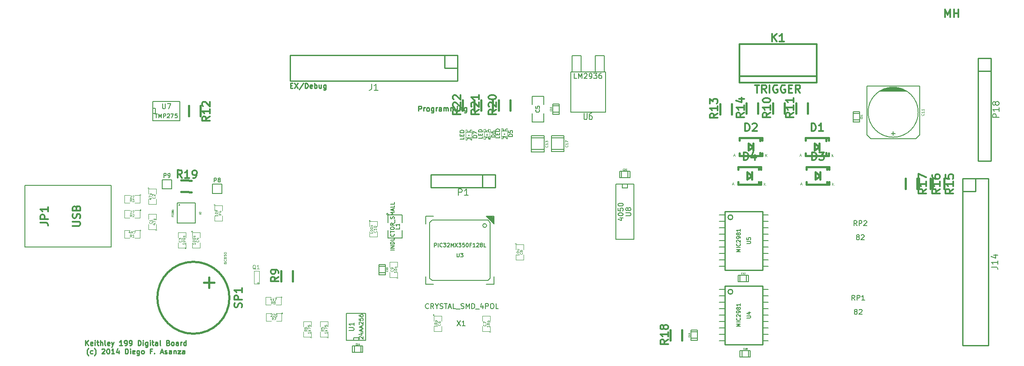
<source format=gto>
%FSLAX34Y34*%
G04 Gerber Fmt 3.4, Leading zero omitted, Abs format*
G04 (created by PCBNEW (2014-03-29 BZR 4777)-product) date Mo 31 Mär 2014 21:29:10 CEST*
%MOIN*%
G01*
G70*
G90*
G04 APERTURE LIST*
%ADD10C,0.005906*%
%ADD11C,0.009843*%
%ADD12C,0.005000*%
%ADD13C,0.003900*%
%ADD14C,0.010000*%
%ADD15C,0.015000*%
%ADD16C,0.012000*%
%ADD17C,0.002600*%
%ADD18C,0.004000*%
%ADD19C,0.002000*%
%ADD20C,0.003100*%
%ADD21C,0.005900*%
%ADD22C,0.008000*%
%ADD23C,0.004300*%
%ADD24C,0.002400*%
%ADD25C,0.004700*%
G04 APERTURE END LIST*
G54D10*
G54D11*
X22380Y-48813D02*
X22380Y-48419D01*
X22605Y-48813D02*
X22436Y-48588D01*
X22605Y-48419D02*
X22380Y-48644D01*
X22924Y-48794D02*
X22886Y-48813D01*
X22811Y-48813D01*
X22774Y-48794D01*
X22755Y-48757D01*
X22755Y-48607D01*
X22774Y-48569D01*
X22811Y-48550D01*
X22886Y-48550D01*
X22924Y-48569D01*
X22942Y-48607D01*
X22942Y-48644D01*
X22755Y-48682D01*
X23111Y-48813D02*
X23111Y-48550D01*
X23111Y-48419D02*
X23092Y-48438D01*
X23111Y-48457D01*
X23130Y-48438D01*
X23111Y-48419D01*
X23111Y-48457D01*
X23242Y-48550D02*
X23392Y-48550D01*
X23299Y-48419D02*
X23299Y-48757D01*
X23317Y-48794D01*
X23355Y-48813D01*
X23392Y-48813D01*
X23524Y-48813D02*
X23524Y-48419D01*
X23692Y-48813D02*
X23692Y-48607D01*
X23674Y-48569D01*
X23636Y-48550D01*
X23580Y-48550D01*
X23542Y-48569D01*
X23524Y-48588D01*
X23936Y-48813D02*
X23899Y-48794D01*
X23880Y-48757D01*
X23880Y-48419D01*
X24236Y-48794D02*
X24199Y-48813D01*
X24124Y-48813D01*
X24086Y-48794D01*
X24067Y-48757D01*
X24067Y-48607D01*
X24086Y-48569D01*
X24124Y-48550D01*
X24199Y-48550D01*
X24236Y-48569D01*
X24255Y-48607D01*
X24255Y-48644D01*
X24067Y-48682D01*
X24386Y-48550D02*
X24480Y-48813D01*
X24573Y-48550D02*
X24480Y-48813D01*
X24442Y-48907D01*
X24423Y-48925D01*
X24386Y-48944D01*
X25230Y-48813D02*
X25005Y-48813D01*
X25117Y-48813D02*
X25117Y-48419D01*
X25080Y-48475D01*
X25042Y-48513D01*
X25005Y-48532D01*
X25417Y-48813D02*
X25492Y-48813D01*
X25530Y-48794D01*
X25548Y-48775D01*
X25586Y-48719D01*
X25605Y-48644D01*
X25605Y-48494D01*
X25586Y-48457D01*
X25567Y-48438D01*
X25530Y-48419D01*
X25455Y-48419D01*
X25417Y-48438D01*
X25398Y-48457D01*
X25380Y-48494D01*
X25380Y-48588D01*
X25398Y-48625D01*
X25417Y-48644D01*
X25455Y-48663D01*
X25530Y-48663D01*
X25567Y-48644D01*
X25586Y-48625D01*
X25605Y-48588D01*
X25792Y-48813D02*
X25867Y-48813D01*
X25905Y-48794D01*
X25923Y-48775D01*
X25961Y-48719D01*
X25980Y-48644D01*
X25980Y-48494D01*
X25961Y-48457D01*
X25942Y-48438D01*
X25905Y-48419D01*
X25830Y-48419D01*
X25792Y-48438D01*
X25773Y-48457D01*
X25755Y-48494D01*
X25755Y-48588D01*
X25773Y-48625D01*
X25792Y-48644D01*
X25830Y-48663D01*
X25905Y-48663D01*
X25942Y-48644D01*
X25961Y-48625D01*
X25980Y-48588D01*
X26448Y-48813D02*
X26448Y-48419D01*
X26542Y-48419D01*
X26598Y-48438D01*
X26636Y-48475D01*
X26654Y-48513D01*
X26673Y-48588D01*
X26673Y-48644D01*
X26654Y-48719D01*
X26636Y-48757D01*
X26598Y-48794D01*
X26542Y-48813D01*
X26448Y-48813D01*
X26842Y-48813D02*
X26842Y-48550D01*
X26842Y-48419D02*
X26823Y-48438D01*
X26842Y-48457D01*
X26861Y-48438D01*
X26842Y-48419D01*
X26842Y-48457D01*
X27198Y-48550D02*
X27198Y-48869D01*
X27179Y-48907D01*
X27161Y-48925D01*
X27123Y-48944D01*
X27067Y-48944D01*
X27029Y-48925D01*
X27198Y-48794D02*
X27161Y-48813D01*
X27086Y-48813D01*
X27048Y-48794D01*
X27029Y-48775D01*
X27011Y-48738D01*
X27011Y-48625D01*
X27029Y-48588D01*
X27048Y-48569D01*
X27086Y-48550D01*
X27161Y-48550D01*
X27198Y-48569D01*
X27386Y-48813D02*
X27386Y-48550D01*
X27386Y-48419D02*
X27367Y-48438D01*
X27386Y-48457D01*
X27404Y-48438D01*
X27386Y-48419D01*
X27386Y-48457D01*
X27517Y-48550D02*
X27667Y-48550D01*
X27573Y-48419D02*
X27573Y-48757D01*
X27592Y-48794D01*
X27629Y-48813D01*
X27667Y-48813D01*
X27967Y-48813D02*
X27967Y-48607D01*
X27948Y-48569D01*
X27911Y-48550D01*
X27836Y-48550D01*
X27798Y-48569D01*
X27967Y-48794D02*
X27929Y-48813D01*
X27836Y-48813D01*
X27798Y-48794D01*
X27779Y-48757D01*
X27779Y-48719D01*
X27798Y-48682D01*
X27836Y-48663D01*
X27929Y-48663D01*
X27967Y-48644D01*
X28211Y-48813D02*
X28173Y-48794D01*
X28154Y-48757D01*
X28154Y-48419D01*
X28792Y-48607D02*
X28848Y-48625D01*
X28867Y-48644D01*
X28885Y-48682D01*
X28885Y-48738D01*
X28867Y-48775D01*
X28848Y-48794D01*
X28810Y-48813D01*
X28660Y-48813D01*
X28660Y-48419D01*
X28792Y-48419D01*
X28829Y-48438D01*
X28848Y-48457D01*
X28867Y-48494D01*
X28867Y-48532D01*
X28848Y-48569D01*
X28829Y-48588D01*
X28792Y-48607D01*
X28660Y-48607D01*
X29110Y-48813D02*
X29073Y-48794D01*
X29054Y-48775D01*
X29035Y-48738D01*
X29035Y-48625D01*
X29054Y-48588D01*
X29073Y-48569D01*
X29110Y-48550D01*
X29167Y-48550D01*
X29204Y-48569D01*
X29223Y-48588D01*
X29242Y-48625D01*
X29242Y-48738D01*
X29223Y-48775D01*
X29204Y-48794D01*
X29167Y-48813D01*
X29110Y-48813D01*
X29579Y-48813D02*
X29579Y-48607D01*
X29560Y-48569D01*
X29523Y-48550D01*
X29448Y-48550D01*
X29410Y-48569D01*
X29579Y-48794D02*
X29542Y-48813D01*
X29448Y-48813D01*
X29410Y-48794D01*
X29392Y-48757D01*
X29392Y-48719D01*
X29410Y-48682D01*
X29448Y-48663D01*
X29542Y-48663D01*
X29579Y-48644D01*
X29767Y-48813D02*
X29767Y-48550D01*
X29767Y-48625D02*
X29785Y-48588D01*
X29804Y-48569D01*
X29842Y-48550D01*
X29879Y-48550D01*
X30179Y-48813D02*
X30179Y-48419D01*
X30179Y-48794D02*
X30142Y-48813D01*
X30067Y-48813D01*
X30029Y-48794D01*
X30010Y-48775D01*
X29992Y-48738D01*
X29992Y-48625D01*
X30010Y-48588D01*
X30029Y-48569D01*
X30067Y-48550D01*
X30142Y-48550D01*
X30179Y-48569D01*
X22605Y-49612D02*
X22586Y-49594D01*
X22549Y-49537D01*
X22530Y-49500D01*
X22511Y-49444D01*
X22492Y-49350D01*
X22492Y-49275D01*
X22511Y-49181D01*
X22530Y-49125D01*
X22549Y-49087D01*
X22586Y-49031D01*
X22605Y-49012D01*
X22924Y-49444D02*
X22886Y-49462D01*
X22811Y-49462D01*
X22774Y-49444D01*
X22755Y-49425D01*
X22736Y-49387D01*
X22736Y-49275D01*
X22755Y-49237D01*
X22774Y-49219D01*
X22811Y-49200D01*
X22886Y-49200D01*
X22924Y-49219D01*
X23055Y-49612D02*
X23074Y-49594D01*
X23111Y-49537D01*
X23130Y-49500D01*
X23149Y-49444D01*
X23167Y-49350D01*
X23167Y-49275D01*
X23149Y-49181D01*
X23130Y-49125D01*
X23111Y-49087D01*
X23074Y-49031D01*
X23055Y-49012D01*
X23636Y-49106D02*
X23655Y-49087D01*
X23692Y-49069D01*
X23786Y-49069D01*
X23824Y-49087D01*
X23842Y-49106D01*
X23861Y-49144D01*
X23861Y-49181D01*
X23842Y-49237D01*
X23617Y-49462D01*
X23861Y-49462D01*
X24105Y-49069D02*
X24142Y-49069D01*
X24180Y-49087D01*
X24199Y-49106D01*
X24217Y-49144D01*
X24236Y-49219D01*
X24236Y-49312D01*
X24217Y-49387D01*
X24199Y-49425D01*
X24180Y-49444D01*
X24142Y-49462D01*
X24105Y-49462D01*
X24067Y-49444D01*
X24049Y-49425D01*
X24030Y-49387D01*
X24011Y-49312D01*
X24011Y-49219D01*
X24030Y-49144D01*
X24049Y-49106D01*
X24067Y-49087D01*
X24105Y-49069D01*
X24611Y-49462D02*
X24386Y-49462D01*
X24498Y-49462D02*
X24498Y-49069D01*
X24461Y-49125D01*
X24423Y-49162D01*
X24386Y-49181D01*
X24948Y-49200D02*
X24948Y-49462D01*
X24855Y-49050D02*
X24761Y-49331D01*
X25005Y-49331D01*
X25455Y-49462D02*
X25455Y-49069D01*
X25548Y-49069D01*
X25605Y-49087D01*
X25642Y-49125D01*
X25661Y-49162D01*
X25680Y-49237D01*
X25680Y-49294D01*
X25661Y-49369D01*
X25642Y-49406D01*
X25605Y-49444D01*
X25548Y-49462D01*
X25455Y-49462D01*
X25848Y-49462D02*
X25848Y-49200D01*
X25848Y-49069D02*
X25830Y-49087D01*
X25848Y-49106D01*
X25867Y-49087D01*
X25848Y-49069D01*
X25848Y-49106D01*
X26186Y-49444D02*
X26148Y-49462D01*
X26073Y-49462D01*
X26036Y-49444D01*
X26017Y-49406D01*
X26017Y-49256D01*
X26036Y-49219D01*
X26073Y-49200D01*
X26148Y-49200D01*
X26186Y-49219D01*
X26205Y-49256D01*
X26205Y-49294D01*
X26017Y-49331D01*
X26542Y-49200D02*
X26542Y-49519D01*
X26523Y-49556D01*
X26504Y-49575D01*
X26467Y-49594D01*
X26411Y-49594D01*
X26373Y-49575D01*
X26542Y-49444D02*
X26504Y-49462D01*
X26429Y-49462D01*
X26392Y-49444D01*
X26373Y-49425D01*
X26354Y-49387D01*
X26354Y-49275D01*
X26373Y-49237D01*
X26392Y-49219D01*
X26429Y-49200D01*
X26504Y-49200D01*
X26542Y-49219D01*
X26786Y-49462D02*
X26748Y-49444D01*
X26729Y-49425D01*
X26711Y-49387D01*
X26711Y-49275D01*
X26729Y-49237D01*
X26748Y-49219D01*
X26786Y-49200D01*
X26842Y-49200D01*
X26879Y-49219D01*
X26898Y-49237D01*
X26917Y-49275D01*
X26917Y-49387D01*
X26898Y-49425D01*
X26879Y-49444D01*
X26842Y-49462D01*
X26786Y-49462D01*
X27517Y-49256D02*
X27386Y-49256D01*
X27386Y-49462D02*
X27386Y-49069D01*
X27573Y-49069D01*
X27723Y-49425D02*
X27742Y-49444D01*
X27723Y-49462D01*
X27704Y-49444D01*
X27723Y-49425D01*
X27723Y-49462D01*
X28192Y-49350D02*
X28379Y-49350D01*
X28154Y-49462D02*
X28285Y-49069D01*
X28417Y-49462D01*
X28529Y-49444D02*
X28567Y-49462D01*
X28642Y-49462D01*
X28679Y-49444D01*
X28698Y-49406D01*
X28698Y-49387D01*
X28679Y-49350D01*
X28642Y-49331D01*
X28585Y-49331D01*
X28548Y-49312D01*
X28529Y-49275D01*
X28529Y-49256D01*
X28548Y-49219D01*
X28585Y-49200D01*
X28642Y-49200D01*
X28679Y-49219D01*
X29035Y-49462D02*
X29035Y-49256D01*
X29017Y-49219D01*
X28979Y-49200D01*
X28904Y-49200D01*
X28867Y-49219D01*
X29035Y-49444D02*
X28998Y-49462D01*
X28904Y-49462D01*
X28867Y-49444D01*
X28848Y-49406D01*
X28848Y-49369D01*
X28867Y-49331D01*
X28904Y-49312D01*
X28998Y-49312D01*
X29035Y-49294D01*
X29223Y-49200D02*
X29223Y-49462D01*
X29223Y-49237D02*
X29242Y-49219D01*
X29279Y-49200D01*
X29335Y-49200D01*
X29373Y-49219D01*
X29392Y-49256D01*
X29392Y-49462D01*
X29542Y-49200D02*
X29748Y-49200D01*
X29542Y-49462D01*
X29748Y-49462D01*
X30067Y-49462D02*
X30067Y-49256D01*
X30048Y-49219D01*
X30010Y-49200D01*
X29935Y-49200D01*
X29898Y-49219D01*
X30067Y-49444D02*
X30029Y-49462D01*
X29935Y-49462D01*
X29898Y-49444D01*
X29879Y-49406D01*
X29879Y-49369D01*
X29898Y-49331D01*
X29935Y-49312D01*
X30029Y-49312D01*
X30067Y-49294D01*
X48243Y-30558D02*
X48243Y-30164D01*
X48393Y-30164D01*
X48431Y-30183D01*
X48450Y-30201D01*
X48468Y-30239D01*
X48468Y-30295D01*
X48450Y-30333D01*
X48431Y-30351D01*
X48393Y-30370D01*
X48243Y-30370D01*
X48637Y-30558D02*
X48637Y-30295D01*
X48637Y-30370D02*
X48656Y-30333D01*
X48675Y-30314D01*
X48712Y-30295D01*
X48750Y-30295D01*
X48937Y-30558D02*
X48900Y-30539D01*
X48881Y-30520D01*
X48862Y-30483D01*
X48862Y-30370D01*
X48881Y-30333D01*
X48900Y-30314D01*
X48937Y-30295D01*
X48993Y-30295D01*
X49031Y-30314D01*
X49050Y-30333D01*
X49068Y-30370D01*
X49068Y-30483D01*
X49050Y-30520D01*
X49031Y-30539D01*
X48993Y-30558D01*
X48937Y-30558D01*
X49406Y-30295D02*
X49406Y-30614D01*
X49387Y-30651D01*
X49368Y-30670D01*
X49331Y-30689D01*
X49275Y-30689D01*
X49237Y-30670D01*
X49406Y-30539D02*
X49368Y-30558D01*
X49293Y-30558D01*
X49256Y-30539D01*
X49237Y-30520D01*
X49218Y-30483D01*
X49218Y-30370D01*
X49237Y-30333D01*
X49256Y-30314D01*
X49293Y-30295D01*
X49368Y-30295D01*
X49406Y-30314D01*
X49593Y-30558D02*
X49593Y-30295D01*
X49593Y-30370D02*
X49612Y-30333D01*
X49631Y-30314D01*
X49668Y-30295D01*
X49706Y-30295D01*
X50006Y-30558D02*
X50006Y-30351D01*
X49987Y-30314D01*
X49950Y-30295D01*
X49875Y-30295D01*
X49837Y-30314D01*
X50006Y-30539D02*
X49968Y-30558D01*
X49875Y-30558D01*
X49837Y-30539D01*
X49818Y-30501D01*
X49818Y-30464D01*
X49837Y-30426D01*
X49875Y-30408D01*
X49968Y-30408D01*
X50006Y-30389D01*
X50193Y-30558D02*
X50193Y-30295D01*
X50193Y-30333D02*
X50212Y-30314D01*
X50249Y-30295D01*
X50306Y-30295D01*
X50343Y-30314D01*
X50362Y-30351D01*
X50362Y-30558D01*
X50362Y-30351D02*
X50381Y-30314D01*
X50418Y-30295D01*
X50474Y-30295D01*
X50512Y-30314D01*
X50531Y-30351D01*
X50531Y-30558D01*
X50718Y-30558D02*
X50718Y-30295D01*
X50718Y-30333D02*
X50737Y-30314D01*
X50774Y-30295D01*
X50831Y-30295D01*
X50868Y-30314D01*
X50887Y-30351D01*
X50887Y-30558D01*
X50887Y-30351D02*
X50906Y-30314D01*
X50943Y-30295D01*
X50999Y-30295D01*
X51037Y-30314D01*
X51056Y-30351D01*
X51056Y-30558D01*
X51243Y-30558D02*
X51243Y-30295D01*
X51243Y-30164D02*
X51224Y-30183D01*
X51243Y-30201D01*
X51262Y-30183D01*
X51243Y-30164D01*
X51243Y-30201D01*
X51431Y-30295D02*
X51431Y-30558D01*
X51431Y-30333D02*
X51449Y-30314D01*
X51487Y-30295D01*
X51543Y-30295D01*
X51581Y-30314D01*
X51599Y-30351D01*
X51599Y-30558D01*
X51956Y-30295D02*
X51956Y-30614D01*
X51937Y-30651D01*
X51918Y-30670D01*
X51881Y-30689D01*
X51824Y-30689D01*
X51787Y-30670D01*
X51956Y-30539D02*
X51918Y-30558D01*
X51843Y-30558D01*
X51806Y-30539D01*
X51787Y-30520D01*
X51768Y-30483D01*
X51768Y-30370D01*
X51787Y-30333D01*
X51806Y-30314D01*
X51843Y-30295D01*
X51918Y-30295D01*
X51956Y-30314D01*
X38282Y-28571D02*
X38413Y-28571D01*
X38469Y-28778D02*
X38282Y-28778D01*
X38282Y-28384D01*
X38469Y-28384D01*
X38600Y-28384D02*
X38863Y-28778D01*
X38863Y-28384D02*
X38600Y-28778D01*
X39294Y-28365D02*
X38956Y-28871D01*
X39425Y-28778D02*
X39425Y-28384D01*
X39519Y-28384D01*
X39575Y-28403D01*
X39613Y-28440D01*
X39631Y-28478D01*
X39650Y-28553D01*
X39650Y-28609D01*
X39631Y-28684D01*
X39613Y-28721D01*
X39575Y-28759D01*
X39519Y-28778D01*
X39425Y-28778D01*
X39969Y-28759D02*
X39931Y-28778D01*
X39856Y-28778D01*
X39819Y-28759D01*
X39800Y-28721D01*
X39800Y-28571D01*
X39819Y-28534D01*
X39856Y-28515D01*
X39931Y-28515D01*
X39969Y-28534D01*
X39988Y-28571D01*
X39988Y-28609D01*
X39800Y-28646D01*
X40156Y-28778D02*
X40156Y-28384D01*
X40156Y-28534D02*
X40194Y-28515D01*
X40269Y-28515D01*
X40306Y-28534D01*
X40325Y-28553D01*
X40344Y-28590D01*
X40344Y-28703D01*
X40325Y-28740D01*
X40306Y-28759D01*
X40269Y-28778D01*
X40194Y-28778D01*
X40156Y-28759D01*
X40681Y-28515D02*
X40681Y-28778D01*
X40513Y-28515D02*
X40513Y-28721D01*
X40531Y-28759D01*
X40569Y-28778D01*
X40625Y-28778D01*
X40663Y-28759D01*
X40681Y-28740D01*
X41037Y-28515D02*
X41037Y-28834D01*
X41019Y-28871D01*
X41000Y-28890D01*
X40962Y-28909D01*
X40906Y-28909D01*
X40869Y-28890D01*
X41037Y-28759D02*
X41000Y-28778D01*
X40925Y-28778D01*
X40887Y-28759D01*
X40869Y-28740D01*
X40850Y-28703D01*
X40850Y-28590D01*
X40869Y-28553D01*
X40887Y-28534D01*
X40925Y-28515D01*
X41000Y-28515D01*
X41037Y-28534D01*
G54D12*
X44090Y-48400D02*
X44140Y-48400D01*
X44140Y-48400D02*
X44140Y-46300D01*
X42640Y-46300D02*
X42640Y-48400D01*
X42640Y-48400D02*
X44090Y-48400D01*
X43190Y-48400D02*
X43190Y-48200D01*
X43190Y-48200D02*
X43590Y-48200D01*
X43590Y-48200D02*
X43590Y-48400D01*
X42640Y-46300D02*
X44140Y-46300D01*
G54D13*
X27912Y-39823D02*
G75*
G03X27912Y-39823I-50J0D01*
G74*
G01*
X27862Y-39373D02*
X27862Y-39773D01*
X27862Y-39773D02*
X27262Y-39773D01*
X27262Y-39773D02*
X27262Y-39373D01*
X27262Y-38973D02*
X27262Y-38573D01*
X27262Y-38573D02*
X27862Y-38573D01*
X27862Y-38573D02*
X27862Y-38973D01*
X27312Y-36554D02*
G75*
G03X27312Y-36554I-50J0D01*
G74*
G01*
X27262Y-37004D02*
X27262Y-36604D01*
X27262Y-36604D02*
X27862Y-36604D01*
X27862Y-36604D02*
X27862Y-37004D01*
X27862Y-37404D02*
X27862Y-37804D01*
X27862Y-37804D02*
X27262Y-37804D01*
X27262Y-37804D02*
X27262Y-37404D01*
X30200Y-41250D02*
G75*
G03X30200Y-41250I-50J0D01*
G74*
G01*
X30150Y-40800D02*
X30150Y-41200D01*
X30150Y-41200D02*
X29550Y-41200D01*
X29550Y-41200D02*
X29550Y-40800D01*
X29550Y-40400D02*
X29550Y-40000D01*
X29550Y-40000D02*
X30150Y-40000D01*
X30150Y-40000D02*
X30150Y-40400D01*
X30700Y-39950D02*
G75*
G03X30700Y-39950I-50J0D01*
G74*
G01*
X30650Y-40400D02*
X30650Y-40000D01*
X30650Y-40000D02*
X31250Y-40000D01*
X31250Y-40000D02*
X31250Y-40400D01*
X31250Y-40800D02*
X31250Y-41200D01*
X31250Y-41200D02*
X30650Y-41200D01*
X30650Y-41200D02*
X30650Y-40800D01*
G54D12*
X57050Y-31410D02*
X57950Y-31410D01*
X57950Y-31410D02*
X57950Y-30760D01*
X57050Y-30060D02*
X57050Y-29410D01*
X57050Y-29410D02*
X57950Y-29410D01*
X57950Y-29410D02*
X57950Y-30060D01*
X57050Y-30760D02*
X57050Y-31410D01*
G54D13*
X49475Y-46450D02*
G75*
G03X49475Y-46450I-50J0D01*
G74*
G01*
X49425Y-46900D02*
X49425Y-46500D01*
X49425Y-46500D02*
X50025Y-46500D01*
X50025Y-46500D02*
X50025Y-46900D01*
X50025Y-47300D02*
X50025Y-47700D01*
X50025Y-47700D02*
X49425Y-47700D01*
X49425Y-47700D02*
X49425Y-47300D01*
X53850Y-47775D02*
G75*
G03X53850Y-47775I-50J0D01*
G74*
G01*
X53800Y-47325D02*
X53800Y-47725D01*
X53800Y-47725D02*
X53200Y-47725D01*
X53200Y-47725D02*
X53200Y-47325D01*
X53200Y-46925D02*
X53200Y-46525D01*
X53200Y-46525D02*
X53800Y-46525D01*
X53800Y-46525D02*
X53800Y-46925D01*
X55850Y-40900D02*
G75*
G03X55850Y-40900I-50J0D01*
G74*
G01*
X55800Y-41350D02*
X55800Y-40950D01*
X55800Y-40950D02*
X56400Y-40950D01*
X56400Y-40950D02*
X56400Y-41350D01*
X56400Y-41750D02*
X56400Y-42150D01*
X56400Y-42150D02*
X55800Y-42150D01*
X55800Y-42150D02*
X55800Y-41750D01*
X46650Y-43550D02*
G75*
G03X46650Y-43550I-50J0D01*
G74*
G01*
X46600Y-43100D02*
X46600Y-43500D01*
X46600Y-43500D02*
X46000Y-43500D01*
X46000Y-43500D02*
X46000Y-43100D01*
X46000Y-42700D02*
X46000Y-42300D01*
X46000Y-42300D02*
X46600Y-42300D01*
X46600Y-42300D02*
X46600Y-42700D01*
X44490Y-39110D02*
G75*
G03X44490Y-39110I-50J0D01*
G74*
G01*
X44440Y-39560D02*
X44440Y-39160D01*
X44440Y-39160D02*
X45040Y-39160D01*
X45040Y-39160D02*
X45040Y-39560D01*
X45040Y-39960D02*
X45040Y-40360D01*
X45040Y-40360D02*
X44440Y-40360D01*
X44440Y-40360D02*
X44440Y-39960D01*
G54D12*
X17650Y-36350D02*
X17650Y-41150D01*
X17650Y-41150D02*
X24350Y-41150D01*
X24350Y-41150D02*
X24350Y-36350D01*
X24350Y-36350D02*
X17650Y-36350D01*
G54D13*
X26687Y-39857D02*
G75*
G03X26687Y-39857I-50J0D01*
G74*
G01*
X26187Y-39857D02*
X26587Y-39857D01*
X26587Y-39857D02*
X26587Y-40457D01*
X26587Y-40457D02*
X26187Y-40457D01*
X25787Y-40457D02*
X25387Y-40457D01*
X25387Y-40457D02*
X25387Y-39857D01*
X25387Y-39857D02*
X25787Y-39857D01*
X26687Y-38282D02*
G75*
G03X26687Y-38282I-50J0D01*
G74*
G01*
X26187Y-38282D02*
X26587Y-38282D01*
X26587Y-38282D02*
X26587Y-38882D01*
X26587Y-38882D02*
X26187Y-38882D01*
X25787Y-38882D02*
X25387Y-38882D01*
X25387Y-38882D02*
X25387Y-38282D01*
X25387Y-38282D02*
X25787Y-38282D01*
X26687Y-37101D02*
G75*
G03X26687Y-37101I-50J0D01*
G74*
G01*
X26187Y-37101D02*
X26587Y-37101D01*
X26587Y-37101D02*
X26587Y-37701D01*
X26587Y-37701D02*
X26187Y-37701D01*
X25787Y-37701D02*
X25387Y-37701D01*
X25387Y-37701D02*
X25387Y-37101D01*
X25387Y-37101D02*
X25787Y-37101D01*
X32450Y-37850D02*
G75*
G03X32450Y-37850I-50J0D01*
G74*
G01*
X32400Y-38300D02*
X32400Y-37900D01*
X32400Y-37900D02*
X33000Y-37900D01*
X33000Y-37900D02*
X33000Y-38300D01*
X33000Y-38700D02*
X33000Y-39100D01*
X33000Y-39100D02*
X32400Y-39100D01*
X32400Y-39100D02*
X32400Y-38700D01*
X41240Y-48200D02*
G75*
G03X41240Y-48200I-50J0D01*
G74*
G01*
X41190Y-47750D02*
X41190Y-48150D01*
X41190Y-48150D02*
X40590Y-48150D01*
X40590Y-48150D02*
X40590Y-47750D01*
X40590Y-47350D02*
X40590Y-46950D01*
X40590Y-46950D02*
X41190Y-46950D01*
X41190Y-46950D02*
X41190Y-47350D01*
X39940Y-48200D02*
G75*
G03X39940Y-48200I-50J0D01*
G74*
G01*
X39890Y-47750D02*
X39890Y-48150D01*
X39890Y-48150D02*
X39290Y-48150D01*
X39290Y-48150D02*
X39290Y-47750D01*
X39290Y-47350D02*
X39290Y-46950D01*
X39290Y-46950D02*
X39890Y-46950D01*
X39890Y-46950D02*
X39890Y-47350D01*
G54D12*
X30909Y-37713D02*
X30909Y-39287D01*
X29491Y-39287D02*
X29491Y-37713D01*
X29689Y-37870D02*
G75*
G03X29689Y-37870I-40J0D01*
G74*
G01*
X30909Y-39287D02*
X29491Y-39287D01*
X29491Y-37713D02*
X30909Y-37713D01*
X45890Y-38590D02*
G75*
G03X45890Y-38590I-70J0D01*
G74*
G01*
X46970Y-39240D02*
X46970Y-38640D01*
X46970Y-38640D02*
X45870Y-38640D01*
X45870Y-38640D02*
X45870Y-39240D01*
X45870Y-39840D02*
X45870Y-40440D01*
X45870Y-40440D02*
X46970Y-40440D01*
X46970Y-40440D02*
X46970Y-39840D01*
G54D14*
X53200Y-36500D02*
X49200Y-36500D01*
X49200Y-36500D02*
X49200Y-35500D01*
X49200Y-35500D02*
X53200Y-35500D01*
X54200Y-36500D02*
X53200Y-36500D01*
X53200Y-36500D02*
X53200Y-35500D01*
X54200Y-36500D02*
X54200Y-35500D01*
X54200Y-35500D02*
X53200Y-35500D01*
X92700Y-27450D02*
X92700Y-34450D01*
X92700Y-34450D02*
X91700Y-34450D01*
X91700Y-34450D02*
X91700Y-27450D01*
X92700Y-26450D02*
X92700Y-27450D01*
X92700Y-27450D02*
X91700Y-27450D01*
X92700Y-26450D02*
X91700Y-26450D01*
X91700Y-26450D02*
X91700Y-27450D01*
G54D12*
X84700Y-28750D02*
X85500Y-28750D01*
X85650Y-28800D02*
X84500Y-28800D01*
X84400Y-28850D02*
X85800Y-28850D01*
X85950Y-28900D02*
X84250Y-28900D01*
X84150Y-28950D02*
X86050Y-28950D01*
X86100Y-29000D02*
X84100Y-29000D01*
X87050Y-30650D02*
G75*
G03X87050Y-30650I-1950J0D01*
G74*
G01*
X87150Y-28600D02*
X83050Y-28600D01*
X83050Y-28600D02*
X83050Y-32400D01*
X83050Y-32400D02*
X83350Y-32700D01*
X83350Y-32700D02*
X86850Y-32700D01*
X86850Y-32700D02*
X87150Y-32400D01*
X87150Y-32400D02*
X87150Y-28600D01*
X85100Y-32450D02*
X85100Y-32150D01*
X85250Y-32300D02*
X84950Y-32300D01*
X73700Y-43350D02*
X73700Y-43850D01*
X73200Y-43350D02*
X73200Y-43840D01*
X73050Y-43350D02*
X73850Y-43350D01*
X73850Y-43350D02*
X73850Y-43850D01*
X73850Y-43850D02*
X73050Y-43850D01*
X73050Y-43850D02*
X73050Y-43350D01*
X57990Y-32480D02*
X57010Y-32480D01*
X57010Y-33740D02*
X57990Y-33740D01*
X57990Y-33560D02*
X57010Y-33560D01*
X57010Y-32660D02*
X57990Y-32660D01*
X57010Y-32480D02*
X57010Y-33740D01*
X57990Y-33740D02*
X57990Y-32480D01*
X43750Y-48860D02*
X43750Y-49360D01*
X43250Y-48860D02*
X43250Y-49350D01*
X43100Y-48860D02*
X43900Y-48860D01*
X43900Y-48860D02*
X43900Y-49360D01*
X43900Y-49360D02*
X43100Y-49360D01*
X43100Y-49360D02*
X43100Y-48860D01*
X45650Y-43150D02*
X45150Y-43150D01*
X45650Y-42650D02*
X45160Y-42650D01*
X45650Y-42500D02*
X45650Y-43300D01*
X45650Y-43300D02*
X45150Y-43300D01*
X45150Y-43300D02*
X45150Y-42500D01*
X45150Y-42500D02*
X45650Y-42500D01*
G54D15*
X79377Y-33350D02*
X79003Y-33074D01*
X79003Y-33074D02*
X79003Y-33626D01*
X79003Y-33626D02*
X79377Y-33350D01*
X79377Y-33074D02*
X79377Y-33626D01*
X78314Y-33901D02*
X78314Y-33842D01*
X78314Y-32799D02*
X78314Y-32858D01*
X79909Y-33901D02*
X79909Y-33822D01*
X80086Y-33881D02*
X80086Y-33842D01*
X79909Y-32819D02*
X79909Y-32878D01*
X80086Y-32799D02*
X80086Y-32858D01*
X79909Y-34039D02*
X79909Y-33901D01*
X79909Y-32661D02*
X79909Y-32799D01*
X80086Y-34039D02*
X80086Y-33901D01*
X78314Y-34039D02*
X78314Y-33901D01*
X78314Y-32661D02*
X78314Y-32799D01*
X80086Y-32661D02*
X80086Y-32799D01*
X78314Y-34039D02*
X80086Y-34039D01*
X78314Y-32661D02*
X80086Y-32661D01*
X74227Y-33350D02*
X73853Y-33074D01*
X73853Y-33074D02*
X73853Y-33626D01*
X73853Y-33626D02*
X74227Y-33350D01*
X74227Y-33074D02*
X74227Y-33626D01*
X73164Y-33901D02*
X73164Y-33842D01*
X73164Y-32799D02*
X73164Y-32858D01*
X74759Y-33901D02*
X74759Y-33822D01*
X74936Y-33881D02*
X74936Y-33842D01*
X74759Y-32819D02*
X74759Y-32878D01*
X74936Y-32799D02*
X74936Y-32858D01*
X74759Y-34039D02*
X74759Y-33901D01*
X74759Y-32661D02*
X74759Y-32799D01*
X74936Y-34039D02*
X74936Y-33901D01*
X73164Y-34039D02*
X73164Y-33901D01*
X73164Y-32661D02*
X73164Y-32799D01*
X74936Y-32661D02*
X74936Y-32799D01*
X73164Y-34039D02*
X74936Y-34039D01*
X73164Y-32661D02*
X74936Y-32661D01*
X79427Y-35600D02*
X79053Y-35324D01*
X79053Y-35324D02*
X79053Y-35876D01*
X79053Y-35876D02*
X79427Y-35600D01*
X79427Y-35324D02*
X79427Y-35876D01*
X78364Y-36151D02*
X78364Y-36092D01*
X78364Y-35049D02*
X78364Y-35108D01*
X79959Y-36151D02*
X79959Y-36072D01*
X80136Y-36131D02*
X80136Y-36092D01*
X79959Y-35069D02*
X79959Y-35128D01*
X80136Y-35049D02*
X80136Y-35108D01*
X79959Y-36289D02*
X79959Y-36151D01*
X79959Y-34911D02*
X79959Y-35049D01*
X80136Y-36289D02*
X80136Y-36151D01*
X78364Y-36289D02*
X78364Y-36151D01*
X78364Y-34911D02*
X78364Y-35049D01*
X80136Y-34911D02*
X80136Y-35049D01*
X78364Y-36289D02*
X80136Y-36289D01*
X78364Y-34911D02*
X80136Y-34911D01*
X74127Y-35600D02*
X73753Y-35324D01*
X73753Y-35324D02*
X73753Y-35876D01*
X73753Y-35876D02*
X74127Y-35600D01*
X74127Y-35324D02*
X74127Y-35876D01*
X73064Y-36151D02*
X73064Y-36092D01*
X73064Y-35049D02*
X73064Y-35108D01*
X74659Y-36151D02*
X74659Y-36072D01*
X74836Y-36131D02*
X74836Y-36092D01*
X74659Y-35069D02*
X74659Y-35128D01*
X74836Y-35049D02*
X74836Y-35108D01*
X74659Y-36289D02*
X74659Y-36151D01*
X74659Y-34911D02*
X74659Y-35049D01*
X74836Y-36289D02*
X74836Y-36151D01*
X73064Y-36289D02*
X73064Y-36151D01*
X73064Y-34911D02*
X73064Y-35049D01*
X74836Y-34911D02*
X74836Y-35049D01*
X73064Y-36289D02*
X74836Y-36289D01*
X73064Y-34911D02*
X74836Y-34911D01*
G54D16*
X73150Y-28360D02*
X73150Y-25360D01*
X79150Y-28360D02*
X79150Y-25360D01*
X73150Y-27860D02*
X79150Y-27860D01*
X73150Y-25360D02*
X79150Y-25360D01*
X73150Y-28360D02*
X79150Y-28360D01*
G54D13*
X37700Y-46310D02*
G75*
G03X37700Y-46310I-50J0D01*
G74*
G01*
X37200Y-46310D02*
X37600Y-46310D01*
X37600Y-46310D02*
X37600Y-46910D01*
X37600Y-46910D02*
X37200Y-46910D01*
X36800Y-46910D02*
X36400Y-46910D01*
X36400Y-46910D02*
X36400Y-46310D01*
X36400Y-46310D02*
X36800Y-46310D01*
X37650Y-45060D02*
G75*
G03X37650Y-45060I-50J0D01*
G74*
G01*
X37150Y-45060D02*
X37550Y-45060D01*
X37550Y-45060D02*
X37550Y-45660D01*
X37550Y-45660D02*
X37150Y-45660D01*
X36750Y-45660D02*
X36350Y-45660D01*
X36350Y-45660D02*
X36350Y-45060D01*
X36350Y-45060D02*
X36750Y-45060D01*
G54D15*
X37550Y-43410D02*
X37550Y-43810D01*
X37550Y-43410D02*
X37550Y-43010D01*
X38450Y-43410D02*
X38450Y-43810D01*
X38450Y-43410D02*
X38450Y-43010D01*
X75750Y-30350D02*
X75750Y-30750D01*
X75750Y-30350D02*
X75750Y-29950D01*
X76650Y-30350D02*
X76650Y-30750D01*
X76650Y-30350D02*
X76650Y-29950D01*
X77550Y-30350D02*
X77550Y-30750D01*
X77550Y-30350D02*
X77550Y-29950D01*
X78450Y-30350D02*
X78450Y-30750D01*
X78450Y-30350D02*
X78450Y-29950D01*
X31300Y-30550D02*
X31300Y-30150D01*
X31300Y-30550D02*
X31300Y-30950D01*
X30400Y-30550D02*
X30400Y-30150D01*
X30400Y-30550D02*
X30400Y-30950D01*
X71650Y-30400D02*
X71650Y-30800D01*
X71650Y-30400D02*
X71650Y-30000D01*
X72550Y-30400D02*
X72550Y-30800D01*
X72550Y-30400D02*
X72550Y-30000D01*
X73700Y-30350D02*
X73700Y-30750D01*
X73700Y-30350D02*
X73700Y-29950D01*
X74600Y-30350D02*
X74600Y-30750D01*
X74600Y-30350D02*
X74600Y-29950D01*
X89050Y-36210D02*
X89050Y-35810D01*
X89050Y-36210D02*
X89050Y-36610D01*
X88150Y-36210D02*
X88150Y-35810D01*
X88150Y-36210D02*
X88150Y-36610D01*
X88000Y-36210D02*
X88000Y-35810D01*
X88000Y-36210D02*
X88000Y-36610D01*
X87100Y-36210D02*
X87100Y-35810D01*
X87100Y-36210D02*
X87100Y-36610D01*
X86950Y-36210D02*
X86950Y-35810D01*
X86950Y-36210D02*
X86950Y-36610D01*
X86050Y-36210D02*
X86050Y-35810D01*
X86050Y-36210D02*
X86050Y-36610D01*
X31950Y-43500D02*
X31950Y-44300D01*
X32350Y-43900D02*
X31550Y-43900D01*
X33550Y-45100D02*
G75*
G03X33550Y-45100I-2800J0D01*
G74*
G01*
G54D12*
X60850Y-27500D02*
X60850Y-26250D01*
X60850Y-26250D02*
X60150Y-26250D01*
X60150Y-26250D02*
X60150Y-27500D01*
X62650Y-27500D02*
X62650Y-26250D01*
X62650Y-26250D02*
X61950Y-26250D01*
X61950Y-26250D02*
X61950Y-27500D01*
X60050Y-29900D02*
X60050Y-27500D01*
X60050Y-27500D02*
X62750Y-27500D01*
X62750Y-27500D02*
X62750Y-30600D01*
X62750Y-30650D02*
X60050Y-30650D01*
X60050Y-30600D02*
X60050Y-29900D01*
X27600Y-31250D02*
X27600Y-31300D01*
X27600Y-31300D02*
X29700Y-31300D01*
X29700Y-29800D02*
X27600Y-29800D01*
X27600Y-29800D02*
X27600Y-31250D01*
X27600Y-30350D02*
X27800Y-30350D01*
X27800Y-30350D02*
X27800Y-30750D01*
X27800Y-30750D02*
X27600Y-30750D01*
X29700Y-29800D02*
X29700Y-31300D01*
G54D14*
X74976Y-48733D02*
X74976Y-44167D01*
X72024Y-44167D02*
X72024Y-48733D01*
G54D12*
X74980Y-48450D02*
X75410Y-48450D01*
X74980Y-47950D02*
X75410Y-47950D01*
X74980Y-47450D02*
X75410Y-47450D01*
X71590Y-44450D02*
X72020Y-44450D01*
G54D14*
X72024Y-48733D02*
X74976Y-48733D01*
X74976Y-44167D02*
X72024Y-44167D01*
G54D12*
X74980Y-44450D02*
X75410Y-44450D01*
X74980Y-44950D02*
X75410Y-44950D01*
X74980Y-45450D02*
X75410Y-45450D01*
X75410Y-45950D02*
X74980Y-45950D01*
X75410Y-46450D02*
X74980Y-46450D01*
X75410Y-46950D02*
X74980Y-46950D01*
X72020Y-48450D02*
X71590Y-48450D01*
X72020Y-47950D02*
X71590Y-47950D01*
X72020Y-47450D02*
X71590Y-47450D01*
X72020Y-44950D02*
X71590Y-44950D01*
X71590Y-45450D02*
X72020Y-45450D01*
X71590Y-46950D02*
X72020Y-46950D01*
X71590Y-46450D02*
X72020Y-46450D01*
X71590Y-45950D02*
X72020Y-45950D01*
G54D14*
X72644Y-44633D02*
G75*
G03X72644Y-44633I-186J0D01*
G74*
G01*
X74976Y-42933D02*
X74976Y-38367D01*
X72024Y-38367D02*
X72024Y-42933D01*
G54D12*
X74980Y-42650D02*
X75410Y-42650D01*
X74980Y-42150D02*
X75410Y-42150D01*
X74980Y-41650D02*
X75410Y-41650D01*
X71590Y-38650D02*
X72020Y-38650D01*
G54D14*
X72024Y-42933D02*
X74976Y-42933D01*
X74976Y-38367D02*
X72024Y-38367D01*
G54D12*
X74980Y-38650D02*
X75410Y-38650D01*
X74980Y-39150D02*
X75410Y-39150D01*
X74980Y-39650D02*
X75410Y-39650D01*
X75410Y-40150D02*
X74980Y-40150D01*
X75410Y-40650D02*
X74980Y-40650D01*
X75410Y-41150D02*
X74980Y-41150D01*
X72020Y-42650D02*
X71590Y-42650D01*
X72020Y-42150D02*
X71590Y-42150D01*
X72020Y-41650D02*
X71590Y-41650D01*
X72020Y-39150D02*
X71590Y-39150D01*
X71590Y-39650D02*
X72020Y-39650D01*
X71590Y-41150D02*
X72020Y-41150D01*
X71590Y-40650D02*
X72020Y-40650D01*
X71590Y-40150D02*
X72020Y-40150D01*
G54D14*
X72644Y-38833D02*
G75*
G03X72644Y-38833I-186J0D01*
G74*
G01*
G54D15*
X67800Y-48010D02*
X67800Y-48410D01*
X67800Y-48010D02*
X67800Y-47610D01*
X68700Y-48010D02*
X68700Y-48410D01*
X68700Y-48010D02*
X68700Y-47610D01*
G54D12*
X58650Y-30160D02*
X59150Y-30160D01*
X58650Y-30660D02*
X59140Y-30660D01*
X58650Y-30810D02*
X58650Y-30010D01*
X58650Y-30010D02*
X59150Y-30010D01*
X59150Y-30010D02*
X59150Y-30810D01*
X59150Y-30810D02*
X58650Y-30810D01*
X59540Y-32470D02*
X58560Y-32470D01*
X58560Y-33730D02*
X59540Y-33730D01*
X59540Y-33550D02*
X58560Y-33550D01*
X58560Y-32650D02*
X59540Y-32650D01*
X58560Y-32470D02*
X58560Y-33730D01*
X59540Y-33730D02*
X59540Y-32470D01*
G54D15*
X30207Y-35960D02*
X29807Y-35953D01*
X30207Y-35960D02*
X30607Y-35967D01*
X30192Y-36859D02*
X29792Y-36852D01*
X30192Y-36859D02*
X30592Y-36866D01*
G54D14*
X51250Y-28210D02*
X38250Y-28210D01*
X50250Y-26210D02*
X38250Y-26210D01*
X38250Y-28210D02*
X38250Y-26210D01*
X51250Y-28210D02*
X51250Y-27210D01*
X51250Y-26210D02*
X50250Y-26210D01*
X51250Y-27210D02*
X50250Y-27210D01*
X50250Y-27210D02*
X50250Y-26210D01*
X51250Y-26210D02*
X51250Y-27210D01*
X92500Y-35800D02*
X92500Y-48800D01*
X90500Y-36800D02*
X90500Y-48800D01*
X92500Y-48800D02*
X90500Y-48800D01*
X92500Y-35800D02*
X91500Y-35800D01*
X90500Y-35800D02*
X90500Y-36800D01*
X91500Y-35800D02*
X91500Y-36800D01*
X91500Y-36800D02*
X90500Y-36800D01*
X90500Y-35800D02*
X91500Y-35800D01*
G54D17*
X54782Y-32506D02*
X54654Y-32506D01*
X54654Y-32506D02*
X54654Y-32703D01*
X54782Y-32703D02*
X54654Y-32703D01*
X54782Y-32506D02*
X54782Y-32703D01*
X55027Y-32506D02*
X54968Y-32506D01*
X54968Y-32506D02*
X54968Y-32605D01*
X55027Y-32605D02*
X54968Y-32605D01*
X55027Y-32506D02*
X55027Y-32605D01*
X54832Y-32506D02*
X54773Y-32506D01*
X54773Y-32506D02*
X54773Y-32605D01*
X54832Y-32605D02*
X54773Y-32605D01*
X54832Y-32506D02*
X54832Y-32605D01*
X54978Y-32506D02*
X54822Y-32506D01*
X54822Y-32506D02*
X54822Y-32575D01*
X54978Y-32575D02*
X54822Y-32575D01*
X54978Y-32506D02*
X54978Y-32575D01*
X54782Y-31917D02*
X54654Y-31917D01*
X54654Y-31917D02*
X54654Y-32114D01*
X54782Y-32114D02*
X54654Y-32114D01*
X54782Y-31917D02*
X54782Y-32114D01*
X55146Y-31917D02*
X55018Y-31917D01*
X55018Y-31917D02*
X55018Y-32114D01*
X55146Y-32114D02*
X55018Y-32114D01*
X55146Y-31917D02*
X55146Y-32114D01*
X54832Y-32015D02*
X54773Y-32015D01*
X54773Y-32015D02*
X54773Y-32114D01*
X54832Y-32114D02*
X54773Y-32114D01*
X54832Y-32015D02*
X54832Y-32114D01*
X55027Y-32015D02*
X54968Y-32015D01*
X54968Y-32015D02*
X54968Y-32114D01*
X55027Y-32114D02*
X54968Y-32114D01*
X55027Y-32015D02*
X55027Y-32114D01*
X54978Y-32045D02*
X54822Y-32045D01*
X54822Y-32045D02*
X54822Y-32114D01*
X54978Y-32114D02*
X54822Y-32114D01*
X54978Y-32045D02*
X54978Y-32114D01*
X54939Y-32310D02*
X54861Y-32310D01*
X54861Y-32310D02*
X54861Y-32388D01*
X54939Y-32388D02*
X54861Y-32388D01*
X54939Y-32310D02*
X54939Y-32388D01*
X55136Y-32506D02*
X55018Y-32506D01*
X55018Y-32506D02*
X55018Y-32624D01*
X55136Y-32624D02*
X55018Y-32624D01*
X55136Y-32506D02*
X55136Y-32624D01*
X55146Y-32674D02*
X55057Y-32674D01*
X55057Y-32674D02*
X55057Y-32703D01*
X55146Y-32703D02*
X55057Y-32703D01*
X55146Y-32674D02*
X55146Y-32703D01*
G54D18*
X54674Y-32516D02*
X54674Y-32104D01*
X55126Y-32114D02*
X55126Y-32674D01*
G54D19*
X55105Y-32644D02*
G75*
G03X55105Y-32644I-28J0D01*
G74*
G01*
G54D18*
X55037Y-32703D02*
G75*
G03X54763Y-32703I-137J0D01*
G74*
G01*
X54763Y-31917D02*
G75*
G03X55037Y-31917I137J0D01*
G74*
G01*
G54D17*
X53432Y-32556D02*
X53304Y-32556D01*
X53304Y-32556D02*
X53304Y-32753D01*
X53432Y-32753D02*
X53304Y-32753D01*
X53432Y-32556D02*
X53432Y-32753D01*
X53677Y-32556D02*
X53618Y-32556D01*
X53618Y-32556D02*
X53618Y-32655D01*
X53677Y-32655D02*
X53618Y-32655D01*
X53677Y-32556D02*
X53677Y-32655D01*
X53482Y-32556D02*
X53423Y-32556D01*
X53423Y-32556D02*
X53423Y-32655D01*
X53482Y-32655D02*
X53423Y-32655D01*
X53482Y-32556D02*
X53482Y-32655D01*
X53628Y-32556D02*
X53472Y-32556D01*
X53472Y-32556D02*
X53472Y-32625D01*
X53628Y-32625D02*
X53472Y-32625D01*
X53628Y-32556D02*
X53628Y-32625D01*
X53432Y-31967D02*
X53304Y-31967D01*
X53304Y-31967D02*
X53304Y-32164D01*
X53432Y-32164D02*
X53304Y-32164D01*
X53432Y-31967D02*
X53432Y-32164D01*
X53796Y-31967D02*
X53668Y-31967D01*
X53668Y-31967D02*
X53668Y-32164D01*
X53796Y-32164D02*
X53668Y-32164D01*
X53796Y-31967D02*
X53796Y-32164D01*
X53482Y-32065D02*
X53423Y-32065D01*
X53423Y-32065D02*
X53423Y-32164D01*
X53482Y-32164D02*
X53423Y-32164D01*
X53482Y-32065D02*
X53482Y-32164D01*
X53677Y-32065D02*
X53618Y-32065D01*
X53618Y-32065D02*
X53618Y-32164D01*
X53677Y-32164D02*
X53618Y-32164D01*
X53677Y-32065D02*
X53677Y-32164D01*
X53628Y-32095D02*
X53472Y-32095D01*
X53472Y-32095D02*
X53472Y-32164D01*
X53628Y-32164D02*
X53472Y-32164D01*
X53628Y-32095D02*
X53628Y-32164D01*
X53589Y-32360D02*
X53511Y-32360D01*
X53511Y-32360D02*
X53511Y-32438D01*
X53589Y-32438D02*
X53511Y-32438D01*
X53589Y-32360D02*
X53589Y-32438D01*
X53786Y-32556D02*
X53668Y-32556D01*
X53668Y-32556D02*
X53668Y-32674D01*
X53786Y-32674D02*
X53668Y-32674D01*
X53786Y-32556D02*
X53786Y-32674D01*
X53796Y-32724D02*
X53707Y-32724D01*
X53707Y-32724D02*
X53707Y-32753D01*
X53796Y-32753D02*
X53707Y-32753D01*
X53796Y-32724D02*
X53796Y-32753D01*
G54D18*
X53324Y-32566D02*
X53324Y-32154D01*
X53776Y-32164D02*
X53776Y-32724D01*
G54D19*
X53755Y-32694D02*
G75*
G03X53755Y-32694I-28J0D01*
G74*
G01*
G54D18*
X53687Y-32753D02*
G75*
G03X53413Y-32753I-137J0D01*
G74*
G01*
X53413Y-31967D02*
G75*
G03X53687Y-31967I137J0D01*
G74*
G01*
G54D17*
X52012Y-32606D02*
X51884Y-32606D01*
X51884Y-32606D02*
X51884Y-32803D01*
X52012Y-32803D02*
X51884Y-32803D01*
X52012Y-32606D02*
X52012Y-32803D01*
X52257Y-32606D02*
X52198Y-32606D01*
X52198Y-32606D02*
X52198Y-32705D01*
X52257Y-32705D02*
X52198Y-32705D01*
X52257Y-32606D02*
X52257Y-32705D01*
X52062Y-32606D02*
X52003Y-32606D01*
X52003Y-32606D02*
X52003Y-32705D01*
X52062Y-32705D02*
X52003Y-32705D01*
X52062Y-32606D02*
X52062Y-32705D01*
X52208Y-32606D02*
X52052Y-32606D01*
X52052Y-32606D02*
X52052Y-32675D01*
X52208Y-32675D02*
X52052Y-32675D01*
X52208Y-32606D02*
X52208Y-32675D01*
X52012Y-32017D02*
X51884Y-32017D01*
X51884Y-32017D02*
X51884Y-32214D01*
X52012Y-32214D02*
X51884Y-32214D01*
X52012Y-32017D02*
X52012Y-32214D01*
X52376Y-32017D02*
X52248Y-32017D01*
X52248Y-32017D02*
X52248Y-32214D01*
X52376Y-32214D02*
X52248Y-32214D01*
X52376Y-32017D02*
X52376Y-32214D01*
X52062Y-32115D02*
X52003Y-32115D01*
X52003Y-32115D02*
X52003Y-32214D01*
X52062Y-32214D02*
X52003Y-32214D01*
X52062Y-32115D02*
X52062Y-32214D01*
X52257Y-32115D02*
X52198Y-32115D01*
X52198Y-32115D02*
X52198Y-32214D01*
X52257Y-32214D02*
X52198Y-32214D01*
X52257Y-32115D02*
X52257Y-32214D01*
X52208Y-32145D02*
X52052Y-32145D01*
X52052Y-32145D02*
X52052Y-32214D01*
X52208Y-32214D02*
X52052Y-32214D01*
X52208Y-32145D02*
X52208Y-32214D01*
X52169Y-32410D02*
X52091Y-32410D01*
X52091Y-32410D02*
X52091Y-32488D01*
X52169Y-32488D02*
X52091Y-32488D01*
X52169Y-32410D02*
X52169Y-32488D01*
X52366Y-32606D02*
X52248Y-32606D01*
X52248Y-32606D02*
X52248Y-32724D01*
X52366Y-32724D02*
X52248Y-32724D01*
X52366Y-32606D02*
X52366Y-32724D01*
X52376Y-32774D02*
X52287Y-32774D01*
X52287Y-32774D02*
X52287Y-32803D01*
X52376Y-32803D02*
X52287Y-32803D01*
X52376Y-32774D02*
X52376Y-32803D01*
G54D18*
X51904Y-32616D02*
X51904Y-32204D01*
X52356Y-32214D02*
X52356Y-32774D01*
G54D19*
X52335Y-32744D02*
G75*
G03X52335Y-32744I-28J0D01*
G74*
G01*
G54D18*
X52267Y-32803D02*
G75*
G03X51993Y-32803I-137J0D01*
G74*
G01*
X51993Y-32017D02*
G75*
G03X52267Y-32017I137J0D01*
G74*
G01*
G54D15*
X54450Y-30110D02*
X54450Y-30510D01*
X54450Y-30110D02*
X54450Y-29710D01*
X55350Y-30110D02*
X55350Y-30510D01*
X55350Y-30110D02*
X55350Y-29710D01*
X53100Y-30110D02*
X53100Y-30510D01*
X53100Y-30110D02*
X53100Y-29710D01*
X54000Y-30110D02*
X54000Y-30510D01*
X54000Y-30110D02*
X54000Y-29710D01*
X51680Y-30110D02*
X51680Y-30510D01*
X51680Y-30110D02*
X51680Y-29710D01*
X52580Y-30110D02*
X52580Y-30510D01*
X52580Y-30110D02*
X52580Y-29710D01*
G54D20*
X35850Y-43963D02*
G75*
G03X35850Y-43963I-62J0D01*
G74*
G01*
X35450Y-43000D02*
X35850Y-43000D01*
X35450Y-44025D02*
X35850Y-44025D01*
X35850Y-43000D02*
X35850Y-44025D01*
X35450Y-44025D02*
X35450Y-43000D01*
G54D21*
X54048Y-38762D02*
X54048Y-39274D01*
X54048Y-39274D02*
X53576Y-38802D01*
X53576Y-38802D02*
X54009Y-38802D01*
X54009Y-38802D02*
X54009Y-39195D01*
X54009Y-39195D02*
X53655Y-38841D01*
X53655Y-38841D02*
X53970Y-38841D01*
X53970Y-38841D02*
X53970Y-39117D01*
X53970Y-39117D02*
X53733Y-38880D01*
X53733Y-38880D02*
X53930Y-38880D01*
X53930Y-38880D02*
X53930Y-39038D01*
X53930Y-39038D02*
X53812Y-38920D01*
X53812Y-38920D02*
X53891Y-38920D01*
X53891Y-38920D02*
X53891Y-38959D01*
X54088Y-39353D02*
X53497Y-38762D01*
X53497Y-44038D02*
X54088Y-44038D01*
X54088Y-44038D02*
X54088Y-43447D01*
X48812Y-43447D02*
X48812Y-44038D01*
X48812Y-44038D02*
X49403Y-44038D01*
X48812Y-38762D02*
X48812Y-39353D01*
X48812Y-38762D02*
X49403Y-38762D01*
X54088Y-39353D02*
X54088Y-38762D01*
X54088Y-38762D02*
X53497Y-38762D01*
X53615Y-39038D02*
X49285Y-39038D01*
X53812Y-43565D02*
X53812Y-39235D01*
X49285Y-43762D02*
X53615Y-43762D01*
X49088Y-39235D02*
X49088Y-43565D01*
X53616Y-39038D02*
X53813Y-39235D01*
X53812Y-43566D02*
X53615Y-43763D01*
X49285Y-43763D02*
X49088Y-43566D01*
X49088Y-39235D02*
X49285Y-39038D01*
G54D12*
X53525Y-39475D02*
G75*
G03X53525Y-39475I-150J0D01*
G74*
G01*
G54D22*
X64950Y-36260D02*
X64950Y-40560D01*
X64950Y-40560D02*
X63550Y-40560D01*
X63550Y-40560D02*
X63550Y-36260D01*
X63550Y-36260D02*
X64950Y-36260D01*
X64450Y-36260D02*
X64450Y-36560D01*
X64450Y-36560D02*
X64050Y-36560D01*
X64050Y-36560D02*
X64050Y-36260D01*
G54D12*
X73850Y-49210D02*
X73850Y-49710D01*
X73350Y-49210D02*
X73350Y-49700D01*
X73200Y-49210D02*
X74000Y-49210D01*
X74000Y-49210D02*
X74000Y-49710D01*
X74000Y-49710D02*
X73200Y-49710D01*
X73200Y-49710D02*
X73200Y-49210D01*
X69400Y-47760D02*
X69900Y-47760D01*
X69400Y-48260D02*
X69890Y-48260D01*
X69400Y-48410D02*
X69400Y-47610D01*
X69400Y-47610D02*
X69900Y-47610D01*
X69900Y-47610D02*
X69900Y-48410D01*
X69900Y-48410D02*
X69400Y-48410D01*
X64500Y-35260D02*
X64500Y-35760D01*
X64000Y-35260D02*
X64000Y-35750D01*
X63850Y-35260D02*
X64650Y-35260D01*
X64650Y-35260D02*
X64650Y-35760D01*
X64650Y-35760D02*
X63850Y-35760D01*
X63850Y-35760D02*
X63850Y-35260D01*
X82500Y-31260D02*
X82000Y-31260D01*
X82500Y-30760D02*
X82010Y-30760D01*
X82500Y-30610D02*
X82500Y-31410D01*
X82500Y-31410D02*
X82000Y-31410D01*
X82000Y-31410D02*
X82000Y-30610D01*
X82000Y-30610D02*
X82500Y-30610D01*
G54D10*
X32245Y-36255D02*
X32954Y-36255D01*
X32954Y-36255D02*
X32954Y-36964D01*
X32954Y-36964D02*
X32245Y-36964D01*
X32245Y-36964D02*
X32245Y-36255D01*
X28345Y-35905D02*
X29054Y-35905D01*
X29054Y-35905D02*
X29054Y-36614D01*
X29054Y-36614D02*
X28345Y-36614D01*
X28345Y-36614D02*
X28345Y-35905D01*
X42824Y-47649D02*
X43143Y-47649D01*
X43180Y-47631D01*
X43199Y-47612D01*
X43218Y-47574D01*
X43218Y-47499D01*
X43199Y-47462D01*
X43180Y-47443D01*
X43143Y-47424D01*
X42824Y-47424D01*
X43218Y-47031D02*
X43218Y-47256D01*
X43218Y-47143D02*
X42824Y-47143D01*
X42880Y-47181D01*
X42918Y-47218D01*
X42936Y-47256D01*
X43647Y-48309D02*
X43632Y-48294D01*
X43617Y-48264D01*
X43617Y-48189D01*
X43632Y-48159D01*
X43647Y-48144D01*
X43677Y-48129D01*
X43707Y-48129D01*
X43752Y-48144D01*
X43932Y-48324D01*
X43932Y-48129D01*
X43722Y-47859D02*
X43932Y-47859D01*
X43602Y-47934D02*
X43827Y-48009D01*
X43827Y-47814D01*
X43842Y-47709D02*
X43842Y-47559D01*
X43932Y-47739D02*
X43617Y-47634D01*
X43932Y-47529D01*
X43842Y-47439D02*
X43842Y-47290D01*
X43932Y-47469D02*
X43617Y-47364D01*
X43932Y-47260D01*
X43647Y-47170D02*
X43632Y-47155D01*
X43617Y-47125D01*
X43617Y-47050D01*
X43632Y-47020D01*
X43647Y-47005D01*
X43677Y-46990D01*
X43707Y-46990D01*
X43752Y-47005D01*
X43932Y-47185D01*
X43932Y-46990D01*
X43617Y-46705D02*
X43617Y-46855D01*
X43767Y-46870D01*
X43752Y-46855D01*
X43737Y-46825D01*
X43737Y-46750D01*
X43752Y-46720D01*
X43767Y-46705D01*
X43797Y-46690D01*
X43872Y-46690D01*
X43902Y-46705D01*
X43917Y-46720D01*
X43932Y-46750D01*
X43932Y-46825D01*
X43917Y-46855D01*
X43902Y-46870D01*
X43617Y-46420D02*
X43617Y-46480D01*
X43632Y-46510D01*
X43647Y-46525D01*
X43692Y-46555D01*
X43752Y-46570D01*
X43872Y-46570D01*
X43902Y-46555D01*
X43917Y-46540D01*
X43932Y-46510D01*
X43932Y-46450D01*
X43917Y-46420D01*
X43902Y-46405D01*
X43872Y-46390D01*
X43797Y-46390D01*
X43767Y-46405D01*
X43752Y-46420D01*
X43737Y-46450D01*
X43737Y-46510D01*
X43752Y-46540D01*
X43767Y-46555D01*
X43797Y-46570D01*
G54D23*
X27507Y-39206D02*
X27516Y-39215D01*
X27526Y-39243D01*
X27526Y-39262D01*
X27516Y-39290D01*
X27498Y-39309D01*
X27479Y-39318D01*
X27441Y-39328D01*
X27413Y-39328D01*
X27376Y-39318D01*
X27357Y-39309D01*
X27338Y-39290D01*
X27329Y-39262D01*
X27329Y-39243D01*
X27338Y-39215D01*
X27348Y-39206D01*
X27526Y-39018D02*
X27526Y-39131D01*
X27526Y-39074D02*
X27329Y-39074D01*
X27357Y-39093D01*
X27376Y-39112D01*
X27385Y-39131D01*
X27669Y-39318D02*
X27801Y-39318D01*
X27594Y-39365D02*
X27735Y-39412D01*
X27735Y-39290D01*
X27604Y-39234D02*
X27604Y-39102D01*
X27801Y-39187D01*
X27669Y-39027D02*
X27866Y-39027D01*
X27679Y-39027D02*
X27669Y-39009D01*
X27669Y-38971D01*
X27679Y-38952D01*
X27688Y-38943D01*
X27707Y-38934D01*
X27763Y-38934D01*
X27782Y-38943D01*
X27791Y-38952D01*
X27801Y-38971D01*
X27801Y-39009D01*
X27791Y-39027D01*
X27757Y-37237D02*
X27766Y-37246D01*
X27776Y-37275D01*
X27776Y-37293D01*
X27766Y-37321D01*
X27748Y-37340D01*
X27729Y-37350D01*
X27691Y-37359D01*
X27663Y-37359D01*
X27626Y-37350D01*
X27607Y-37340D01*
X27588Y-37321D01*
X27579Y-37293D01*
X27579Y-37275D01*
X27588Y-37246D01*
X27598Y-37237D01*
X27598Y-37162D02*
X27588Y-37153D01*
X27579Y-37134D01*
X27579Y-37087D01*
X27588Y-37068D01*
X27598Y-37059D01*
X27616Y-37049D01*
X27635Y-37049D01*
X27663Y-37059D01*
X27776Y-37171D01*
X27776Y-37049D01*
X27369Y-37350D02*
X27501Y-37350D01*
X27294Y-37397D02*
X27435Y-37443D01*
X27435Y-37321D01*
X27304Y-37265D02*
X27304Y-37134D01*
X27501Y-37218D01*
X27369Y-37059D02*
X27566Y-37059D01*
X27379Y-37059D02*
X27369Y-37040D01*
X27369Y-37003D01*
X27379Y-36984D01*
X27388Y-36974D01*
X27407Y-36965D01*
X27463Y-36965D01*
X27482Y-36974D01*
X27491Y-36984D01*
X27501Y-37003D01*
X27501Y-37040D01*
X27491Y-37059D01*
X29795Y-40632D02*
X29804Y-40642D01*
X29814Y-40670D01*
X29814Y-40689D01*
X29804Y-40717D01*
X29785Y-40736D01*
X29767Y-40745D01*
X29729Y-40754D01*
X29701Y-40754D01*
X29664Y-40745D01*
X29645Y-40736D01*
X29626Y-40717D01*
X29617Y-40689D01*
X29617Y-40670D01*
X29626Y-40642D01*
X29635Y-40632D01*
X29617Y-40567D02*
X29617Y-40445D01*
X29692Y-40510D01*
X29692Y-40482D01*
X29701Y-40463D01*
X29710Y-40454D01*
X29729Y-40445D01*
X29776Y-40445D01*
X29795Y-40454D01*
X29804Y-40463D01*
X29814Y-40482D01*
X29814Y-40539D01*
X29804Y-40557D01*
X29795Y-40567D01*
X30089Y-40820D02*
X30089Y-40933D01*
X30089Y-40876D02*
X29892Y-40876D01*
X29920Y-40895D01*
X29939Y-40914D01*
X29948Y-40933D01*
X29892Y-40698D02*
X29892Y-40679D01*
X29901Y-40660D01*
X29910Y-40651D01*
X29929Y-40642D01*
X29967Y-40632D01*
X30014Y-40632D01*
X30051Y-40642D01*
X30070Y-40651D01*
X30079Y-40660D01*
X30089Y-40679D01*
X30089Y-40698D01*
X30079Y-40717D01*
X30070Y-40726D01*
X30051Y-40736D01*
X30014Y-40745D01*
X29967Y-40745D01*
X29929Y-40736D01*
X29910Y-40726D01*
X29901Y-40717D01*
X29892Y-40698D01*
X29892Y-40510D02*
X29892Y-40492D01*
X29901Y-40473D01*
X29910Y-40463D01*
X29929Y-40454D01*
X29967Y-40445D01*
X30014Y-40445D01*
X30051Y-40454D01*
X30070Y-40463D01*
X30079Y-40473D01*
X30089Y-40492D01*
X30089Y-40510D01*
X30079Y-40529D01*
X30070Y-40539D01*
X30051Y-40548D01*
X30014Y-40557D01*
X29967Y-40557D01*
X29929Y-40548D01*
X29910Y-40539D01*
X29901Y-40529D01*
X29892Y-40510D01*
X29957Y-40360D02*
X30089Y-40360D01*
X29976Y-40360D02*
X29967Y-40351D01*
X29957Y-40332D01*
X29957Y-40304D01*
X29967Y-40285D01*
X29985Y-40276D01*
X30089Y-40276D01*
X31145Y-40632D02*
X31154Y-40642D01*
X31164Y-40670D01*
X31164Y-40689D01*
X31154Y-40717D01*
X31135Y-40736D01*
X31117Y-40745D01*
X31079Y-40754D01*
X31051Y-40754D01*
X31014Y-40745D01*
X30995Y-40736D01*
X30976Y-40717D01*
X30967Y-40689D01*
X30967Y-40670D01*
X30976Y-40642D01*
X30985Y-40632D01*
X31032Y-40463D02*
X31164Y-40463D01*
X30957Y-40510D02*
X31098Y-40557D01*
X31098Y-40435D01*
X30889Y-40820D02*
X30889Y-40933D01*
X30889Y-40876D02*
X30692Y-40876D01*
X30720Y-40895D01*
X30739Y-40914D01*
X30748Y-40933D01*
X30692Y-40698D02*
X30692Y-40679D01*
X30701Y-40660D01*
X30710Y-40651D01*
X30729Y-40642D01*
X30767Y-40632D01*
X30814Y-40632D01*
X30851Y-40642D01*
X30870Y-40651D01*
X30879Y-40660D01*
X30889Y-40679D01*
X30889Y-40698D01*
X30879Y-40717D01*
X30870Y-40726D01*
X30851Y-40736D01*
X30814Y-40745D01*
X30767Y-40745D01*
X30729Y-40736D01*
X30710Y-40726D01*
X30701Y-40717D01*
X30692Y-40698D01*
X30692Y-40510D02*
X30692Y-40492D01*
X30701Y-40473D01*
X30710Y-40463D01*
X30729Y-40454D01*
X30767Y-40445D01*
X30814Y-40445D01*
X30851Y-40454D01*
X30870Y-40463D01*
X30879Y-40473D01*
X30889Y-40492D01*
X30889Y-40510D01*
X30879Y-40529D01*
X30870Y-40539D01*
X30851Y-40548D01*
X30814Y-40557D01*
X30767Y-40557D01*
X30729Y-40548D01*
X30710Y-40539D01*
X30701Y-40529D01*
X30692Y-40510D01*
X30757Y-40360D02*
X30889Y-40360D01*
X30776Y-40360D02*
X30767Y-40351D01*
X30757Y-40332D01*
X30757Y-40304D01*
X30767Y-40285D01*
X30785Y-40276D01*
X30889Y-40276D01*
G54D12*
X57607Y-30460D02*
X57621Y-30474D01*
X57635Y-30517D01*
X57635Y-30545D01*
X57621Y-30588D01*
X57592Y-30617D01*
X57564Y-30631D01*
X57507Y-30645D01*
X57464Y-30645D01*
X57407Y-30631D01*
X57378Y-30617D01*
X57350Y-30588D01*
X57335Y-30545D01*
X57335Y-30517D01*
X57350Y-30474D01*
X57364Y-30460D01*
X57335Y-30188D02*
X57335Y-30331D01*
X57478Y-30345D01*
X57464Y-30331D01*
X57450Y-30302D01*
X57450Y-30231D01*
X57464Y-30202D01*
X57478Y-30188D01*
X57507Y-30174D01*
X57578Y-30174D01*
X57607Y-30188D01*
X57621Y-30202D01*
X57635Y-30231D01*
X57635Y-30302D01*
X57621Y-30331D01*
X57607Y-30345D01*
G54D23*
X49920Y-47132D02*
X49929Y-47142D01*
X49939Y-47170D01*
X49939Y-47189D01*
X49929Y-47217D01*
X49911Y-47236D01*
X49892Y-47245D01*
X49854Y-47254D01*
X49826Y-47254D01*
X49789Y-47245D01*
X49770Y-47236D01*
X49751Y-47217D01*
X49742Y-47189D01*
X49742Y-47170D01*
X49751Y-47142D01*
X49761Y-47132D01*
X49742Y-46963D02*
X49742Y-47001D01*
X49751Y-47020D01*
X49761Y-47029D01*
X49789Y-47048D01*
X49826Y-47057D01*
X49901Y-47057D01*
X49920Y-47048D01*
X49929Y-47039D01*
X49939Y-47020D01*
X49939Y-46982D01*
X49929Y-46963D01*
X49920Y-46954D01*
X49901Y-46945D01*
X49854Y-46945D01*
X49836Y-46954D01*
X49826Y-46963D01*
X49817Y-46982D01*
X49817Y-47020D01*
X49826Y-47039D01*
X49836Y-47048D01*
X49854Y-47057D01*
X49664Y-47226D02*
X49664Y-47339D01*
X49664Y-47282D02*
X49467Y-47282D01*
X49495Y-47301D01*
X49514Y-47320D01*
X49523Y-47339D01*
X49551Y-47114D02*
X49542Y-47132D01*
X49532Y-47142D01*
X49514Y-47151D01*
X49504Y-47151D01*
X49486Y-47142D01*
X49476Y-47132D01*
X49467Y-47114D01*
X49467Y-47076D01*
X49476Y-47057D01*
X49486Y-47048D01*
X49504Y-47039D01*
X49514Y-47039D01*
X49532Y-47048D01*
X49542Y-47057D01*
X49551Y-47076D01*
X49551Y-47114D01*
X49561Y-47132D01*
X49570Y-47142D01*
X49589Y-47151D01*
X49626Y-47151D01*
X49645Y-47142D01*
X49654Y-47132D01*
X49664Y-47114D01*
X49664Y-47076D01*
X49654Y-47057D01*
X49645Y-47048D01*
X49626Y-47039D01*
X49589Y-47039D01*
X49570Y-47048D01*
X49561Y-47057D01*
X49551Y-47076D01*
X49532Y-46954D02*
X49729Y-46954D01*
X49542Y-46954D02*
X49532Y-46935D01*
X49532Y-46898D01*
X49542Y-46879D01*
X49551Y-46870D01*
X49570Y-46860D01*
X49626Y-46860D01*
X49645Y-46870D01*
X49654Y-46879D01*
X49664Y-46898D01*
X49664Y-46935D01*
X49654Y-46954D01*
X53445Y-47158D02*
X53454Y-47167D01*
X53464Y-47195D01*
X53464Y-47214D01*
X53454Y-47242D01*
X53435Y-47261D01*
X53417Y-47270D01*
X53379Y-47279D01*
X53351Y-47279D01*
X53314Y-47270D01*
X53295Y-47261D01*
X53276Y-47242D01*
X53267Y-47214D01*
X53267Y-47195D01*
X53276Y-47167D01*
X53285Y-47158D01*
X53267Y-47092D02*
X53267Y-46961D01*
X53464Y-47045D01*
X53739Y-47251D02*
X53739Y-47364D01*
X53739Y-47308D02*
X53542Y-47308D01*
X53570Y-47326D01*
X53589Y-47345D01*
X53598Y-47364D01*
X53626Y-47139D02*
X53617Y-47158D01*
X53607Y-47167D01*
X53589Y-47176D01*
X53579Y-47176D01*
X53560Y-47167D01*
X53551Y-47158D01*
X53542Y-47139D01*
X53542Y-47101D01*
X53551Y-47082D01*
X53560Y-47073D01*
X53579Y-47064D01*
X53589Y-47064D01*
X53607Y-47073D01*
X53617Y-47082D01*
X53626Y-47101D01*
X53626Y-47139D01*
X53635Y-47158D01*
X53645Y-47167D01*
X53664Y-47176D01*
X53701Y-47176D01*
X53720Y-47167D01*
X53729Y-47158D01*
X53739Y-47139D01*
X53739Y-47101D01*
X53729Y-47082D01*
X53720Y-47073D01*
X53701Y-47064D01*
X53664Y-47064D01*
X53645Y-47073D01*
X53635Y-47082D01*
X53626Y-47101D01*
X53607Y-46979D02*
X53804Y-46979D01*
X53617Y-46979D02*
X53607Y-46961D01*
X53607Y-46923D01*
X53617Y-46904D01*
X53626Y-46895D01*
X53645Y-46885D01*
X53701Y-46885D01*
X53720Y-46895D01*
X53729Y-46904D01*
X53739Y-46923D01*
X53739Y-46961D01*
X53729Y-46979D01*
X56295Y-41582D02*
X56304Y-41592D01*
X56314Y-41620D01*
X56314Y-41639D01*
X56304Y-41667D01*
X56285Y-41686D01*
X56267Y-41695D01*
X56229Y-41704D01*
X56201Y-41704D01*
X56164Y-41695D01*
X56145Y-41686D01*
X56126Y-41667D01*
X56117Y-41639D01*
X56117Y-41620D01*
X56126Y-41592D01*
X56135Y-41582D01*
X56201Y-41470D02*
X56192Y-41489D01*
X56182Y-41498D01*
X56164Y-41507D01*
X56154Y-41507D01*
X56135Y-41498D01*
X56126Y-41489D01*
X56117Y-41470D01*
X56117Y-41432D01*
X56126Y-41413D01*
X56135Y-41404D01*
X56154Y-41395D01*
X56164Y-41395D01*
X56182Y-41404D01*
X56192Y-41413D01*
X56201Y-41432D01*
X56201Y-41470D01*
X56210Y-41489D01*
X56220Y-41498D01*
X56239Y-41507D01*
X56276Y-41507D01*
X56295Y-41498D01*
X56304Y-41489D01*
X56314Y-41470D01*
X56314Y-41432D01*
X56304Y-41413D01*
X56295Y-41404D01*
X56276Y-41395D01*
X56239Y-41395D01*
X56220Y-41404D01*
X56210Y-41413D01*
X56201Y-41432D01*
X56039Y-41676D02*
X56039Y-41789D01*
X56039Y-41732D02*
X55842Y-41732D01*
X55870Y-41751D01*
X55889Y-41770D01*
X55898Y-41789D01*
X55842Y-41554D02*
X55842Y-41535D01*
X55851Y-41517D01*
X55860Y-41507D01*
X55879Y-41498D01*
X55917Y-41489D01*
X55964Y-41489D01*
X56001Y-41498D01*
X56020Y-41507D01*
X56029Y-41517D01*
X56039Y-41535D01*
X56039Y-41554D01*
X56029Y-41573D01*
X56020Y-41582D01*
X56001Y-41592D01*
X55964Y-41601D01*
X55917Y-41601D01*
X55879Y-41592D01*
X55860Y-41582D01*
X55851Y-41573D01*
X55842Y-41554D01*
X55907Y-41320D02*
X56039Y-41320D01*
X55907Y-41404D02*
X56010Y-41404D01*
X56029Y-41395D01*
X56039Y-41376D01*
X56039Y-41348D01*
X56029Y-41329D01*
X56020Y-41320D01*
X46245Y-42932D02*
X46254Y-42942D01*
X46264Y-42970D01*
X46264Y-42989D01*
X46254Y-43017D01*
X46235Y-43036D01*
X46217Y-43045D01*
X46179Y-43054D01*
X46151Y-43054D01*
X46114Y-43045D01*
X46095Y-43036D01*
X46076Y-43017D01*
X46067Y-42989D01*
X46067Y-42970D01*
X46076Y-42942D01*
X46085Y-42932D01*
X46264Y-42839D02*
X46264Y-42801D01*
X46254Y-42782D01*
X46245Y-42773D01*
X46217Y-42754D01*
X46179Y-42745D01*
X46104Y-42745D01*
X46085Y-42754D01*
X46076Y-42763D01*
X46067Y-42782D01*
X46067Y-42820D01*
X46076Y-42839D01*
X46085Y-42848D01*
X46104Y-42857D01*
X46151Y-42857D01*
X46170Y-42848D01*
X46179Y-42839D01*
X46189Y-42820D01*
X46189Y-42782D01*
X46179Y-42763D01*
X46170Y-42754D01*
X46151Y-42745D01*
X46539Y-43026D02*
X46539Y-43139D01*
X46539Y-43082D02*
X46342Y-43082D01*
X46370Y-43101D01*
X46389Y-43120D01*
X46398Y-43139D01*
X46342Y-42904D02*
X46342Y-42885D01*
X46351Y-42867D01*
X46360Y-42857D01*
X46379Y-42848D01*
X46417Y-42839D01*
X46464Y-42839D01*
X46501Y-42848D01*
X46520Y-42857D01*
X46529Y-42867D01*
X46539Y-42885D01*
X46539Y-42904D01*
X46529Y-42923D01*
X46520Y-42932D01*
X46501Y-42942D01*
X46464Y-42951D01*
X46417Y-42951D01*
X46379Y-42942D01*
X46360Y-42932D01*
X46351Y-42923D01*
X46342Y-42904D01*
X46407Y-42754D02*
X46539Y-42754D01*
X46426Y-42754D02*
X46417Y-42745D01*
X46407Y-42726D01*
X46407Y-42698D01*
X46417Y-42679D01*
X46435Y-42670D01*
X46539Y-42670D01*
X44930Y-39886D02*
X44939Y-39896D01*
X44949Y-39924D01*
X44949Y-39942D01*
X44939Y-39971D01*
X44920Y-39989D01*
X44902Y-39999D01*
X44864Y-40008D01*
X44836Y-40008D01*
X44799Y-39999D01*
X44780Y-39989D01*
X44761Y-39971D01*
X44752Y-39942D01*
X44752Y-39924D01*
X44761Y-39896D01*
X44770Y-39886D01*
X44949Y-39699D02*
X44949Y-39811D01*
X44949Y-39755D02*
X44752Y-39755D01*
X44780Y-39774D01*
X44799Y-39792D01*
X44808Y-39811D01*
X44752Y-39577D02*
X44752Y-39558D01*
X44761Y-39539D01*
X44770Y-39530D01*
X44789Y-39520D01*
X44827Y-39511D01*
X44874Y-39511D01*
X44911Y-39520D01*
X44930Y-39530D01*
X44939Y-39539D01*
X44949Y-39558D01*
X44949Y-39577D01*
X44939Y-39595D01*
X44930Y-39605D01*
X44911Y-39614D01*
X44874Y-39623D01*
X44827Y-39623D01*
X44789Y-39614D01*
X44770Y-39605D01*
X44761Y-39595D01*
X44752Y-39577D01*
X44679Y-39980D02*
X44679Y-40093D01*
X44679Y-40036D02*
X44482Y-40036D01*
X44510Y-40055D01*
X44529Y-40074D01*
X44538Y-40093D01*
X44482Y-39858D02*
X44482Y-39839D01*
X44491Y-39820D01*
X44500Y-39811D01*
X44519Y-39802D01*
X44557Y-39792D01*
X44604Y-39792D01*
X44641Y-39802D01*
X44660Y-39811D01*
X44669Y-39820D01*
X44679Y-39839D01*
X44679Y-39858D01*
X44669Y-39877D01*
X44660Y-39886D01*
X44641Y-39896D01*
X44604Y-39905D01*
X44557Y-39905D01*
X44519Y-39896D01*
X44500Y-39886D01*
X44491Y-39877D01*
X44482Y-39858D01*
X44482Y-39670D02*
X44482Y-39652D01*
X44491Y-39633D01*
X44500Y-39623D01*
X44519Y-39614D01*
X44557Y-39605D01*
X44604Y-39605D01*
X44641Y-39614D01*
X44660Y-39623D01*
X44669Y-39633D01*
X44679Y-39652D01*
X44679Y-39670D01*
X44669Y-39689D01*
X44660Y-39699D01*
X44641Y-39708D01*
X44604Y-39717D01*
X44557Y-39717D01*
X44519Y-39708D01*
X44500Y-39699D01*
X44491Y-39689D01*
X44482Y-39670D01*
X44547Y-39520D02*
X44679Y-39520D01*
X44566Y-39520D02*
X44557Y-39511D01*
X44547Y-39492D01*
X44547Y-39464D01*
X44557Y-39445D01*
X44575Y-39436D01*
X44679Y-39436D01*
G54D16*
X18871Y-39250D02*
X19300Y-39250D01*
X19385Y-39278D01*
X19442Y-39335D01*
X19471Y-39421D01*
X19471Y-39478D01*
X19471Y-38964D02*
X18871Y-38964D01*
X18871Y-38735D01*
X18900Y-38678D01*
X18928Y-38650D01*
X18985Y-38621D01*
X19071Y-38621D01*
X19128Y-38650D01*
X19157Y-38678D01*
X19185Y-38735D01*
X19185Y-38964D01*
X19471Y-38050D02*
X19471Y-38392D01*
X19471Y-38221D02*
X18871Y-38221D01*
X18957Y-38278D01*
X19014Y-38335D01*
X19042Y-38392D01*
X21371Y-39507D02*
X21857Y-39507D01*
X21914Y-39478D01*
X21942Y-39450D01*
X21971Y-39392D01*
X21971Y-39278D01*
X21942Y-39221D01*
X21914Y-39192D01*
X21857Y-39164D01*
X21371Y-39164D01*
X21942Y-38907D02*
X21971Y-38821D01*
X21971Y-38678D01*
X21942Y-38621D01*
X21914Y-38592D01*
X21857Y-38564D01*
X21800Y-38564D01*
X21742Y-38592D01*
X21714Y-38621D01*
X21685Y-38678D01*
X21657Y-38792D01*
X21628Y-38850D01*
X21600Y-38878D01*
X21542Y-38907D01*
X21485Y-38907D01*
X21428Y-38878D01*
X21400Y-38850D01*
X21371Y-38792D01*
X21371Y-38650D01*
X21400Y-38564D01*
X21657Y-38107D02*
X21685Y-38021D01*
X21714Y-37992D01*
X21771Y-37964D01*
X21857Y-37964D01*
X21914Y-37992D01*
X21942Y-38021D01*
X21971Y-38078D01*
X21971Y-38307D01*
X21371Y-38307D01*
X21371Y-38107D01*
X21400Y-38050D01*
X21428Y-38021D01*
X21485Y-37992D01*
X21542Y-37992D01*
X21600Y-38021D01*
X21628Y-38050D01*
X21657Y-38107D01*
X21657Y-38307D01*
G54D23*
X25954Y-40371D02*
X25888Y-40277D01*
X25841Y-40371D02*
X25841Y-40174D01*
X25917Y-40174D01*
X25935Y-40183D01*
X25945Y-40193D01*
X25954Y-40212D01*
X25954Y-40240D01*
X25945Y-40259D01*
X25935Y-40268D01*
X25917Y-40277D01*
X25841Y-40277D01*
X26142Y-40371D02*
X26029Y-40371D01*
X26085Y-40371D02*
X26085Y-40174D01*
X26067Y-40202D01*
X26048Y-40221D01*
X26029Y-40230D01*
X25832Y-39965D02*
X25832Y-40096D01*
X25785Y-39890D02*
X25738Y-40030D01*
X25860Y-40030D01*
X25935Y-40096D02*
X25935Y-39899D01*
X26048Y-40096D02*
X25963Y-39984D01*
X26048Y-39899D02*
X25935Y-40012D01*
X26114Y-39899D02*
X26245Y-39899D01*
X26160Y-40096D01*
X25954Y-38796D02*
X25888Y-38702D01*
X25841Y-38796D02*
X25841Y-38599D01*
X25917Y-38599D01*
X25935Y-38609D01*
X25945Y-38618D01*
X25954Y-38637D01*
X25954Y-38665D01*
X25945Y-38684D01*
X25935Y-38693D01*
X25917Y-38702D01*
X25841Y-38702D01*
X26029Y-38618D02*
X26038Y-38609D01*
X26057Y-38599D01*
X26104Y-38599D01*
X26123Y-38609D01*
X26132Y-38618D01*
X26142Y-38637D01*
X26142Y-38656D01*
X26132Y-38684D01*
X26020Y-38796D01*
X26142Y-38796D01*
X25837Y-38343D02*
X25846Y-38334D01*
X25865Y-38324D01*
X25912Y-38324D01*
X25931Y-38334D01*
X25940Y-38343D01*
X25949Y-38362D01*
X25949Y-38381D01*
X25940Y-38409D01*
X25827Y-38521D01*
X25949Y-38521D01*
X26015Y-38324D02*
X26146Y-38324D01*
X26062Y-38521D01*
X25954Y-37615D02*
X25888Y-37521D01*
X25841Y-37615D02*
X25841Y-37418D01*
X25917Y-37418D01*
X25935Y-37428D01*
X25945Y-37437D01*
X25954Y-37456D01*
X25954Y-37484D01*
X25945Y-37503D01*
X25935Y-37512D01*
X25917Y-37521D01*
X25841Y-37521D01*
X26020Y-37418D02*
X26142Y-37418D01*
X26076Y-37493D01*
X26104Y-37493D01*
X26123Y-37503D01*
X26132Y-37512D01*
X26142Y-37531D01*
X26142Y-37578D01*
X26132Y-37596D01*
X26123Y-37606D01*
X26104Y-37615D01*
X26048Y-37615D01*
X26029Y-37606D01*
X26020Y-37596D01*
X25837Y-37162D02*
X25846Y-37153D01*
X25865Y-37143D01*
X25912Y-37143D01*
X25931Y-37153D01*
X25940Y-37162D01*
X25949Y-37181D01*
X25949Y-37199D01*
X25940Y-37228D01*
X25827Y-37340D01*
X25949Y-37340D01*
X26015Y-37143D02*
X26146Y-37143D01*
X26062Y-37340D01*
X32914Y-38532D02*
X32820Y-38598D01*
X32914Y-38645D02*
X32717Y-38645D01*
X32717Y-38570D01*
X32726Y-38551D01*
X32735Y-38542D01*
X32754Y-38532D01*
X32782Y-38532D01*
X32801Y-38542D01*
X32810Y-38551D01*
X32820Y-38570D01*
X32820Y-38645D01*
X32782Y-38363D02*
X32914Y-38363D01*
X32707Y-38410D02*
X32848Y-38457D01*
X32848Y-38335D01*
X32639Y-38636D02*
X32639Y-38748D01*
X32639Y-38692D02*
X32442Y-38692D01*
X32470Y-38711D01*
X32489Y-38729D01*
X32498Y-38748D01*
X32442Y-38514D02*
X32442Y-38495D01*
X32451Y-38476D01*
X32460Y-38467D01*
X32479Y-38457D01*
X32517Y-38448D01*
X32564Y-38448D01*
X32601Y-38457D01*
X32620Y-38467D01*
X32629Y-38476D01*
X32639Y-38495D01*
X32639Y-38514D01*
X32629Y-38532D01*
X32620Y-38542D01*
X32601Y-38551D01*
X32564Y-38560D01*
X32517Y-38560D01*
X32479Y-38551D01*
X32460Y-38542D01*
X32451Y-38532D01*
X32442Y-38514D01*
X32639Y-38363D02*
X32442Y-38363D01*
X32639Y-38251D02*
X32526Y-38335D01*
X32442Y-38251D02*
X32554Y-38363D01*
X40854Y-47582D02*
X40760Y-47648D01*
X40854Y-47695D02*
X40657Y-47695D01*
X40657Y-47620D01*
X40666Y-47601D01*
X40675Y-47592D01*
X40694Y-47582D01*
X40722Y-47582D01*
X40741Y-47592D01*
X40750Y-47601D01*
X40760Y-47620D01*
X40760Y-47695D01*
X40657Y-47404D02*
X40657Y-47498D01*
X40750Y-47507D01*
X40741Y-47498D01*
X40732Y-47479D01*
X40732Y-47432D01*
X40741Y-47413D01*
X40750Y-47404D01*
X40769Y-47395D01*
X40816Y-47395D01*
X40835Y-47404D01*
X40844Y-47413D01*
X40854Y-47432D01*
X40854Y-47479D01*
X40844Y-47498D01*
X40835Y-47507D01*
X41129Y-47761D02*
X41129Y-47873D01*
X41129Y-47817D02*
X40932Y-47817D01*
X40960Y-47836D01*
X40979Y-47854D01*
X40988Y-47873D01*
X41129Y-47676D02*
X40932Y-47676D01*
X41054Y-47657D02*
X41129Y-47601D01*
X40997Y-47601D02*
X41072Y-47676D01*
X40932Y-47535D02*
X40932Y-47404D01*
X41129Y-47489D01*
X40932Y-47235D02*
X40932Y-47329D01*
X41025Y-47338D01*
X41016Y-47329D01*
X41007Y-47310D01*
X41007Y-47263D01*
X41016Y-47245D01*
X41025Y-47235D01*
X41044Y-47226D01*
X41091Y-47226D01*
X41110Y-47235D01*
X41119Y-47245D01*
X41129Y-47263D01*
X41129Y-47310D01*
X41119Y-47329D01*
X41110Y-47338D01*
X39554Y-47582D02*
X39460Y-47648D01*
X39554Y-47695D02*
X39357Y-47695D01*
X39357Y-47620D01*
X39366Y-47601D01*
X39375Y-47592D01*
X39394Y-47582D01*
X39422Y-47582D01*
X39441Y-47592D01*
X39450Y-47601D01*
X39460Y-47620D01*
X39460Y-47695D01*
X39357Y-47413D02*
X39357Y-47451D01*
X39366Y-47470D01*
X39375Y-47479D01*
X39404Y-47498D01*
X39441Y-47507D01*
X39516Y-47507D01*
X39535Y-47498D01*
X39544Y-47489D01*
X39554Y-47470D01*
X39554Y-47432D01*
X39544Y-47413D01*
X39535Y-47404D01*
X39516Y-47395D01*
X39469Y-47395D01*
X39450Y-47404D01*
X39441Y-47413D01*
X39432Y-47432D01*
X39432Y-47470D01*
X39441Y-47489D01*
X39450Y-47498D01*
X39469Y-47507D01*
X39829Y-47761D02*
X39829Y-47873D01*
X39829Y-47817D02*
X39632Y-47817D01*
X39660Y-47836D01*
X39679Y-47854D01*
X39688Y-47873D01*
X39829Y-47676D02*
X39632Y-47676D01*
X39754Y-47657D02*
X39829Y-47601D01*
X39697Y-47601D02*
X39772Y-47676D01*
X39632Y-47535D02*
X39632Y-47404D01*
X39829Y-47489D01*
X39632Y-47235D02*
X39632Y-47329D01*
X39725Y-47338D01*
X39716Y-47329D01*
X39707Y-47310D01*
X39707Y-47263D01*
X39716Y-47245D01*
X39725Y-47235D01*
X39744Y-47226D01*
X39791Y-47226D01*
X39810Y-47235D01*
X39819Y-47245D01*
X39829Y-47263D01*
X39829Y-47310D01*
X39819Y-47329D01*
X39810Y-47338D01*
G54D24*
X31198Y-38589D02*
X31293Y-38589D01*
X31305Y-38584D01*
X31310Y-38578D01*
X31316Y-38567D01*
X31316Y-38544D01*
X31310Y-38533D01*
X31305Y-38528D01*
X31293Y-38522D01*
X31198Y-38522D01*
X31209Y-38471D02*
X31204Y-38466D01*
X31198Y-38455D01*
X31198Y-38426D01*
X31204Y-38415D01*
X31209Y-38410D01*
X31220Y-38404D01*
X31232Y-38404D01*
X31248Y-38410D01*
X31316Y-38477D01*
X31316Y-38404D01*
X29128Y-38744D02*
X29128Y-38783D01*
X29190Y-38783D02*
X29072Y-38783D01*
X29072Y-38727D01*
X29072Y-38699D02*
X29072Y-38632D01*
X29190Y-38665D02*
X29072Y-38665D01*
X29083Y-38598D02*
X29078Y-38592D01*
X29072Y-38581D01*
X29072Y-38553D01*
X29078Y-38542D01*
X29083Y-38536D01*
X29094Y-38530D01*
X29106Y-38530D01*
X29122Y-38536D01*
X29190Y-38603D01*
X29190Y-38530D01*
X29072Y-38491D02*
X29072Y-38418D01*
X29117Y-38457D01*
X29117Y-38440D01*
X29122Y-38429D01*
X29128Y-38424D01*
X29139Y-38418D01*
X29167Y-38418D01*
X29179Y-38424D01*
X29184Y-38429D01*
X29190Y-38440D01*
X29190Y-38474D01*
X29184Y-38485D01*
X29179Y-38491D01*
X29072Y-38345D02*
X29072Y-38334D01*
X29078Y-38322D01*
X29083Y-38317D01*
X29094Y-38311D01*
X29117Y-38306D01*
X29145Y-38306D01*
X29167Y-38311D01*
X29179Y-38317D01*
X29184Y-38322D01*
X29190Y-38334D01*
X29190Y-38345D01*
X29184Y-38356D01*
X29179Y-38362D01*
X29167Y-38367D01*
X29145Y-38373D01*
X29117Y-38373D01*
X29094Y-38367D01*
X29083Y-38362D01*
X29078Y-38356D01*
X29072Y-38345D01*
X29190Y-38266D02*
X29111Y-38204D01*
X29111Y-38266D02*
X29190Y-38204D01*
G54D12*
X46755Y-39589D02*
X46755Y-39732D01*
X46455Y-39732D01*
X46755Y-39332D02*
X46755Y-39504D01*
X46755Y-39418D02*
X46455Y-39418D01*
X46498Y-39447D01*
X46527Y-39475D01*
X46541Y-39504D01*
X46355Y-41375D02*
X46055Y-41375D01*
X46355Y-41232D02*
X46055Y-41232D01*
X46355Y-41061D01*
X46055Y-41061D01*
X46355Y-40918D02*
X46055Y-40918D01*
X46055Y-40847D01*
X46070Y-40804D01*
X46098Y-40775D01*
X46127Y-40761D01*
X46184Y-40747D01*
X46227Y-40747D01*
X46284Y-40761D01*
X46312Y-40775D01*
X46341Y-40804D01*
X46355Y-40847D01*
X46355Y-40918D01*
X46055Y-40618D02*
X46298Y-40618D01*
X46327Y-40604D01*
X46341Y-40589D01*
X46355Y-40561D01*
X46355Y-40504D01*
X46341Y-40475D01*
X46327Y-40461D01*
X46298Y-40447D01*
X46055Y-40447D01*
X46327Y-40132D02*
X46341Y-40147D01*
X46355Y-40189D01*
X46355Y-40218D01*
X46341Y-40261D01*
X46312Y-40289D01*
X46284Y-40304D01*
X46227Y-40318D01*
X46184Y-40318D01*
X46127Y-40304D01*
X46098Y-40289D01*
X46070Y-40261D01*
X46055Y-40218D01*
X46055Y-40189D01*
X46070Y-40147D01*
X46084Y-40132D01*
X46055Y-40047D02*
X46055Y-39875D01*
X46355Y-39961D02*
X46055Y-39961D01*
X46055Y-39718D02*
X46055Y-39661D01*
X46070Y-39632D01*
X46098Y-39604D01*
X46155Y-39589D01*
X46255Y-39589D01*
X46312Y-39604D01*
X46341Y-39632D01*
X46355Y-39661D01*
X46355Y-39718D01*
X46341Y-39747D01*
X46312Y-39775D01*
X46255Y-39789D01*
X46155Y-39789D01*
X46098Y-39775D01*
X46070Y-39747D01*
X46055Y-39718D01*
X46355Y-39289D02*
X46212Y-39389D01*
X46355Y-39461D02*
X46055Y-39461D01*
X46055Y-39347D01*
X46070Y-39318D01*
X46084Y-39304D01*
X46112Y-39289D01*
X46155Y-39289D01*
X46184Y-39304D01*
X46198Y-39318D01*
X46212Y-39347D01*
X46212Y-39461D01*
X46384Y-39232D02*
X46384Y-39004D01*
X46341Y-38947D02*
X46355Y-38904D01*
X46355Y-38832D01*
X46341Y-38804D01*
X46327Y-38789D01*
X46298Y-38775D01*
X46270Y-38775D01*
X46241Y-38789D01*
X46227Y-38804D01*
X46212Y-38832D01*
X46198Y-38889D01*
X46184Y-38918D01*
X46170Y-38932D01*
X46141Y-38947D01*
X46112Y-38947D01*
X46084Y-38932D01*
X46070Y-38918D01*
X46055Y-38889D01*
X46055Y-38818D01*
X46070Y-38775D01*
X46355Y-38647D02*
X46055Y-38647D01*
X46270Y-38547D01*
X46055Y-38447D01*
X46355Y-38447D01*
X46270Y-38318D02*
X46270Y-38175D01*
X46355Y-38347D02*
X46055Y-38247D01*
X46355Y-38147D01*
X46355Y-37904D02*
X46355Y-38047D01*
X46055Y-38047D01*
X46355Y-37661D02*
X46355Y-37804D01*
X46055Y-37804D01*
G54D22*
X51330Y-37126D02*
X51330Y-36626D01*
X51521Y-36626D01*
X51569Y-36650D01*
X51592Y-36673D01*
X51616Y-36721D01*
X51616Y-36792D01*
X51592Y-36840D01*
X51569Y-36864D01*
X51521Y-36888D01*
X51330Y-36888D01*
X52092Y-37126D02*
X51807Y-37126D01*
X51950Y-37126D02*
X51950Y-36626D01*
X51902Y-36697D01*
X51854Y-36745D01*
X51807Y-36769D01*
X93326Y-31057D02*
X92826Y-31057D01*
X92826Y-30866D01*
X92850Y-30819D01*
X92873Y-30795D01*
X92921Y-30771D01*
X92992Y-30771D01*
X93040Y-30795D01*
X93064Y-30819D01*
X93088Y-30866D01*
X93088Y-31057D01*
X93326Y-30295D02*
X93326Y-30580D01*
X93326Y-30438D02*
X92826Y-30438D01*
X92897Y-30485D01*
X92945Y-30533D01*
X92969Y-30580D01*
X93040Y-30009D02*
X93016Y-30057D01*
X92992Y-30080D01*
X92945Y-30104D01*
X92921Y-30104D01*
X92873Y-30080D01*
X92850Y-30057D01*
X92826Y-30009D01*
X92826Y-29914D01*
X92850Y-29866D01*
X92873Y-29842D01*
X92921Y-29819D01*
X92945Y-29819D01*
X92992Y-29842D01*
X93016Y-29866D01*
X93040Y-29914D01*
X93040Y-30009D01*
X93064Y-30057D01*
X93088Y-30080D01*
X93135Y-30104D01*
X93230Y-30104D01*
X93278Y-30080D01*
X93302Y-30057D01*
X93326Y-30009D01*
X93326Y-29914D01*
X93302Y-29866D01*
X93278Y-29842D01*
X93230Y-29819D01*
X93135Y-29819D01*
X93088Y-29842D01*
X93064Y-29866D01*
X93040Y-29914D01*
G54D25*
X87470Y-30776D02*
X87479Y-30786D01*
X87489Y-30814D01*
X87489Y-30832D01*
X87479Y-30861D01*
X87460Y-30879D01*
X87442Y-30889D01*
X87404Y-30898D01*
X87376Y-30898D01*
X87339Y-30889D01*
X87320Y-30879D01*
X87301Y-30861D01*
X87292Y-30832D01*
X87292Y-30814D01*
X87301Y-30786D01*
X87310Y-30776D01*
X87489Y-30589D02*
X87489Y-30701D01*
X87489Y-30645D02*
X87292Y-30645D01*
X87320Y-30664D01*
X87339Y-30682D01*
X87348Y-30701D01*
X87489Y-30401D02*
X87489Y-30513D01*
X87489Y-30457D02*
X87292Y-30457D01*
X87320Y-30476D01*
X87339Y-30495D01*
X87348Y-30513D01*
G54D24*
X73374Y-43252D02*
X73368Y-43257D01*
X73351Y-43263D01*
X73340Y-43263D01*
X73323Y-43257D01*
X73312Y-43246D01*
X73306Y-43235D01*
X73301Y-43212D01*
X73301Y-43195D01*
X73306Y-43173D01*
X73312Y-43162D01*
X73323Y-43151D01*
X73340Y-43145D01*
X73351Y-43145D01*
X73368Y-43151D01*
X73374Y-43156D01*
X73486Y-43263D02*
X73419Y-43263D01*
X73452Y-43263D02*
X73452Y-43145D01*
X73441Y-43162D01*
X73430Y-43173D01*
X73419Y-43179D01*
X73531Y-43156D02*
X73537Y-43151D01*
X73548Y-43145D01*
X73576Y-43145D01*
X73587Y-43151D01*
X73593Y-43156D01*
X73598Y-43167D01*
X73598Y-43179D01*
X73593Y-43195D01*
X73525Y-43263D01*
X73598Y-43263D01*
G54D25*
X58260Y-33246D02*
X58269Y-33256D01*
X58279Y-33284D01*
X58279Y-33302D01*
X58269Y-33331D01*
X58250Y-33349D01*
X58232Y-33359D01*
X58194Y-33368D01*
X58166Y-33368D01*
X58129Y-33359D01*
X58110Y-33349D01*
X58091Y-33331D01*
X58082Y-33302D01*
X58082Y-33284D01*
X58091Y-33256D01*
X58100Y-33246D01*
X58279Y-33059D02*
X58279Y-33171D01*
X58279Y-33115D02*
X58082Y-33115D01*
X58110Y-33134D01*
X58129Y-33152D01*
X58138Y-33171D01*
X58082Y-32993D02*
X58082Y-32871D01*
X58157Y-32937D01*
X58157Y-32908D01*
X58166Y-32890D01*
X58175Y-32880D01*
X58194Y-32871D01*
X58241Y-32871D01*
X58260Y-32880D01*
X58269Y-32890D01*
X58279Y-32908D01*
X58279Y-32965D01*
X58269Y-32983D01*
X58260Y-32993D01*
G54D24*
X43424Y-48762D02*
X43418Y-48767D01*
X43401Y-48773D01*
X43390Y-48773D01*
X43373Y-48767D01*
X43362Y-48756D01*
X43356Y-48745D01*
X43351Y-48722D01*
X43351Y-48705D01*
X43356Y-48683D01*
X43362Y-48672D01*
X43373Y-48661D01*
X43390Y-48655D01*
X43401Y-48655D01*
X43418Y-48661D01*
X43424Y-48666D01*
X43536Y-48773D02*
X43469Y-48773D01*
X43502Y-48773D02*
X43502Y-48655D01*
X43491Y-48672D01*
X43480Y-48683D01*
X43469Y-48689D01*
X43637Y-48694D02*
X43637Y-48773D01*
X43609Y-48649D02*
X43581Y-48734D01*
X43654Y-48734D01*
X45832Y-42975D02*
X45837Y-42981D01*
X45843Y-42998D01*
X45843Y-43009D01*
X45837Y-43026D01*
X45826Y-43037D01*
X45815Y-43043D01*
X45792Y-43048D01*
X45775Y-43048D01*
X45753Y-43043D01*
X45742Y-43037D01*
X45731Y-43026D01*
X45725Y-43009D01*
X45725Y-42998D01*
X45731Y-42981D01*
X45736Y-42975D01*
X45843Y-42863D02*
X45843Y-42930D01*
X45843Y-42897D02*
X45725Y-42897D01*
X45742Y-42908D01*
X45753Y-42919D01*
X45759Y-42930D01*
X45725Y-42756D02*
X45725Y-42812D01*
X45781Y-42818D01*
X45775Y-42812D01*
X45770Y-42801D01*
X45770Y-42773D01*
X45775Y-42762D01*
X45781Y-42756D01*
X45792Y-42751D01*
X45820Y-42751D01*
X45832Y-42756D01*
X45837Y-42762D01*
X45843Y-42773D01*
X45843Y-42801D01*
X45837Y-42812D01*
X45832Y-42818D01*
G54D16*
X78757Y-32121D02*
X78757Y-31521D01*
X78900Y-31521D01*
X78985Y-31550D01*
X79042Y-31607D01*
X79071Y-31664D01*
X79100Y-31778D01*
X79100Y-31864D01*
X79071Y-31978D01*
X79042Y-32035D01*
X78985Y-32092D01*
X78900Y-32121D01*
X78757Y-32121D01*
X79671Y-32121D02*
X79328Y-32121D01*
X79500Y-32121D02*
X79500Y-31521D01*
X79442Y-31607D01*
X79385Y-31664D01*
X79328Y-31692D01*
G54D13*
X77854Y-34012D02*
X77947Y-34012D01*
X77835Y-34069D02*
X77901Y-33872D01*
X77966Y-34069D01*
X80329Y-34108D02*
X80329Y-33911D01*
X80441Y-34108D02*
X80357Y-33995D01*
X80441Y-33911D02*
X80329Y-34023D01*
G54D16*
X73607Y-32121D02*
X73607Y-31521D01*
X73750Y-31521D01*
X73835Y-31550D01*
X73892Y-31607D01*
X73921Y-31664D01*
X73950Y-31778D01*
X73950Y-31864D01*
X73921Y-31978D01*
X73892Y-32035D01*
X73835Y-32092D01*
X73750Y-32121D01*
X73607Y-32121D01*
X74178Y-31578D02*
X74207Y-31550D01*
X74264Y-31521D01*
X74407Y-31521D01*
X74464Y-31550D01*
X74492Y-31578D01*
X74521Y-31635D01*
X74521Y-31692D01*
X74492Y-31778D01*
X74150Y-32121D01*
X74521Y-32121D01*
G54D13*
X72704Y-34012D02*
X72797Y-34012D01*
X72685Y-34069D02*
X72751Y-33872D01*
X72816Y-34069D01*
X75179Y-34108D02*
X75179Y-33911D01*
X75291Y-34108D02*
X75207Y-33995D01*
X75291Y-33911D02*
X75179Y-34023D01*
G54D16*
X78807Y-34371D02*
X78807Y-33771D01*
X78950Y-33771D01*
X79035Y-33800D01*
X79092Y-33857D01*
X79121Y-33914D01*
X79150Y-34028D01*
X79150Y-34114D01*
X79121Y-34228D01*
X79092Y-34285D01*
X79035Y-34342D01*
X78950Y-34371D01*
X78807Y-34371D01*
X79350Y-33771D02*
X79721Y-33771D01*
X79521Y-34000D01*
X79607Y-34000D01*
X79664Y-34028D01*
X79692Y-34057D01*
X79721Y-34114D01*
X79721Y-34257D01*
X79692Y-34314D01*
X79664Y-34342D01*
X79607Y-34371D01*
X79435Y-34371D01*
X79378Y-34342D01*
X79350Y-34314D01*
G54D13*
X77904Y-36262D02*
X77997Y-36262D01*
X77885Y-36319D02*
X77951Y-36122D01*
X78016Y-36319D01*
X80379Y-36358D02*
X80379Y-36161D01*
X80491Y-36358D02*
X80407Y-36245D01*
X80491Y-36161D02*
X80379Y-36273D01*
G54D16*
X73507Y-34371D02*
X73507Y-33771D01*
X73650Y-33771D01*
X73735Y-33800D01*
X73792Y-33857D01*
X73821Y-33914D01*
X73850Y-34028D01*
X73850Y-34114D01*
X73821Y-34228D01*
X73792Y-34285D01*
X73735Y-34342D01*
X73650Y-34371D01*
X73507Y-34371D01*
X74364Y-33971D02*
X74364Y-34371D01*
X74221Y-33742D02*
X74078Y-34171D01*
X74450Y-34171D01*
G54D13*
X72604Y-36262D02*
X72697Y-36262D01*
X72585Y-36319D02*
X72651Y-36122D01*
X72716Y-36319D01*
X75079Y-36358D02*
X75079Y-36161D01*
X75191Y-36358D02*
X75107Y-36245D01*
X75191Y-36161D02*
X75079Y-36273D01*
G54D16*
X75707Y-25131D02*
X75707Y-24531D01*
X76050Y-25131D02*
X75792Y-24788D01*
X76050Y-24531D02*
X75707Y-24874D01*
X76621Y-25131D02*
X76278Y-25131D01*
X76450Y-25131D02*
X76450Y-24531D01*
X76392Y-24617D01*
X76335Y-24674D01*
X76278Y-24702D01*
X74364Y-28531D02*
X74707Y-28531D01*
X74535Y-29131D02*
X74535Y-28531D01*
X75250Y-29131D02*
X75050Y-28845D01*
X74907Y-29131D02*
X74907Y-28531D01*
X75135Y-28531D01*
X75192Y-28560D01*
X75221Y-28588D01*
X75250Y-28645D01*
X75250Y-28731D01*
X75221Y-28788D01*
X75192Y-28817D01*
X75135Y-28845D01*
X74907Y-28845D01*
X75507Y-29131D02*
X75507Y-28531D01*
X76107Y-28560D02*
X76050Y-28531D01*
X75964Y-28531D01*
X75878Y-28560D01*
X75821Y-28617D01*
X75792Y-28674D01*
X75764Y-28788D01*
X75764Y-28874D01*
X75792Y-28988D01*
X75821Y-29045D01*
X75878Y-29102D01*
X75964Y-29131D01*
X76021Y-29131D01*
X76107Y-29102D01*
X76135Y-29074D01*
X76135Y-28874D01*
X76021Y-28874D01*
X76707Y-28560D02*
X76650Y-28531D01*
X76564Y-28531D01*
X76478Y-28560D01*
X76421Y-28617D01*
X76392Y-28674D01*
X76364Y-28788D01*
X76364Y-28874D01*
X76392Y-28988D01*
X76421Y-29045D01*
X76478Y-29102D01*
X76564Y-29131D01*
X76621Y-29131D01*
X76707Y-29102D01*
X76735Y-29074D01*
X76735Y-28874D01*
X76621Y-28874D01*
X76992Y-28817D02*
X77192Y-28817D01*
X77278Y-29131D02*
X76992Y-29131D01*
X76992Y-28531D01*
X77278Y-28531D01*
X77878Y-29131D02*
X77678Y-28845D01*
X77535Y-29131D02*
X77535Y-28531D01*
X77764Y-28531D01*
X77821Y-28560D01*
X77850Y-28588D01*
X77878Y-28645D01*
X77878Y-28731D01*
X77850Y-28788D01*
X77821Y-28817D01*
X77764Y-28845D01*
X77535Y-28845D01*
G54D23*
X36967Y-46824D02*
X36901Y-46730D01*
X36854Y-46824D02*
X36854Y-46627D01*
X36929Y-46627D01*
X36948Y-46636D01*
X36957Y-46645D01*
X36967Y-46664D01*
X36967Y-46692D01*
X36957Y-46711D01*
X36948Y-46720D01*
X36929Y-46730D01*
X36854Y-46730D01*
X37032Y-46627D02*
X37164Y-46627D01*
X37079Y-46824D01*
X36756Y-46370D02*
X36765Y-46361D01*
X36784Y-46352D01*
X36831Y-46352D01*
X36849Y-46361D01*
X36859Y-46370D01*
X36868Y-46389D01*
X36868Y-46408D01*
X36859Y-46436D01*
X36746Y-46549D01*
X36868Y-46549D01*
X36943Y-46370D02*
X36953Y-46361D01*
X36971Y-46352D01*
X37018Y-46352D01*
X37037Y-46361D01*
X37046Y-46370D01*
X37056Y-46389D01*
X37056Y-46408D01*
X37046Y-46436D01*
X36934Y-46549D01*
X37056Y-46549D01*
X37178Y-46352D02*
X37197Y-46352D01*
X37215Y-46361D01*
X37225Y-46370D01*
X37234Y-46389D01*
X37243Y-46427D01*
X37243Y-46474D01*
X37234Y-46511D01*
X37225Y-46530D01*
X37215Y-46539D01*
X37197Y-46549D01*
X37178Y-46549D01*
X37159Y-46539D01*
X37150Y-46530D01*
X37140Y-46511D01*
X37131Y-46474D01*
X37131Y-46427D01*
X37140Y-46389D01*
X37150Y-46370D01*
X37159Y-46361D01*
X37178Y-46352D01*
X36917Y-45574D02*
X36851Y-45480D01*
X36804Y-45574D02*
X36804Y-45377D01*
X36879Y-45377D01*
X36898Y-45386D01*
X36907Y-45395D01*
X36917Y-45414D01*
X36917Y-45442D01*
X36907Y-45461D01*
X36898Y-45470D01*
X36879Y-45480D01*
X36804Y-45480D01*
X37029Y-45461D02*
X37010Y-45452D01*
X37001Y-45442D01*
X36992Y-45424D01*
X36992Y-45414D01*
X37001Y-45395D01*
X37010Y-45386D01*
X37029Y-45377D01*
X37067Y-45377D01*
X37086Y-45386D01*
X37095Y-45395D01*
X37104Y-45414D01*
X37104Y-45424D01*
X37095Y-45442D01*
X37086Y-45452D01*
X37067Y-45461D01*
X37029Y-45461D01*
X37010Y-45470D01*
X37001Y-45480D01*
X36992Y-45499D01*
X36992Y-45536D01*
X37001Y-45555D01*
X37010Y-45564D01*
X37029Y-45574D01*
X37067Y-45574D01*
X37086Y-45564D01*
X37095Y-45555D01*
X37104Y-45536D01*
X37104Y-45499D01*
X37095Y-45480D01*
X37086Y-45470D01*
X37067Y-45461D01*
X36813Y-45167D02*
X36813Y-45299D01*
X36767Y-45092D02*
X36720Y-45233D01*
X36842Y-45233D01*
X36917Y-45299D02*
X36917Y-45102D01*
X36935Y-45224D02*
X36992Y-45299D01*
X36992Y-45167D02*
X36917Y-45242D01*
X37057Y-45102D02*
X37189Y-45102D01*
X37104Y-45299D01*
G54D16*
X37365Y-43471D02*
X37079Y-43671D01*
X37365Y-43813D02*
X36765Y-43813D01*
X36765Y-43585D01*
X36794Y-43528D01*
X36822Y-43499D01*
X36879Y-43471D01*
X36965Y-43471D01*
X37022Y-43499D01*
X37051Y-43528D01*
X37079Y-43585D01*
X37079Y-43813D01*
X37365Y-43185D02*
X37365Y-43071D01*
X37336Y-43013D01*
X37308Y-42985D01*
X37222Y-42928D01*
X37108Y-42899D01*
X36879Y-42899D01*
X36822Y-42928D01*
X36794Y-42956D01*
X36765Y-43013D01*
X36765Y-43128D01*
X36794Y-43185D01*
X36822Y-43213D01*
X36879Y-43242D01*
X37022Y-43242D01*
X37079Y-43213D01*
X37108Y-43185D01*
X37136Y-43128D01*
X37136Y-43013D01*
X37108Y-42956D01*
X37079Y-42928D01*
X37022Y-42899D01*
X75565Y-30696D02*
X75279Y-30896D01*
X75565Y-31039D02*
X74965Y-31039D01*
X74965Y-30811D01*
X74994Y-30753D01*
X75022Y-30725D01*
X75079Y-30696D01*
X75165Y-30696D01*
X75222Y-30725D01*
X75251Y-30753D01*
X75279Y-30811D01*
X75279Y-31039D01*
X75565Y-30125D02*
X75565Y-30468D01*
X75565Y-30296D02*
X74965Y-30296D01*
X75051Y-30353D01*
X75108Y-30411D01*
X75136Y-30468D01*
X74965Y-29753D02*
X74965Y-29696D01*
X74994Y-29639D01*
X75022Y-29611D01*
X75079Y-29582D01*
X75194Y-29553D01*
X75336Y-29553D01*
X75451Y-29582D01*
X75508Y-29611D01*
X75536Y-29639D01*
X75565Y-29696D01*
X75565Y-29753D01*
X75536Y-29811D01*
X75508Y-29839D01*
X75451Y-29868D01*
X75336Y-29896D01*
X75194Y-29896D01*
X75079Y-29868D01*
X75022Y-29839D01*
X74994Y-29811D01*
X74965Y-29753D01*
X77365Y-30696D02*
X77079Y-30896D01*
X77365Y-31039D02*
X76765Y-31039D01*
X76765Y-30811D01*
X76794Y-30753D01*
X76822Y-30725D01*
X76879Y-30696D01*
X76965Y-30696D01*
X77022Y-30725D01*
X77051Y-30753D01*
X77079Y-30811D01*
X77079Y-31039D01*
X77365Y-30125D02*
X77365Y-30468D01*
X77365Y-30296D02*
X76765Y-30296D01*
X76851Y-30353D01*
X76908Y-30411D01*
X76936Y-30468D01*
X77365Y-29553D02*
X77365Y-29896D01*
X77365Y-29725D02*
X76765Y-29725D01*
X76851Y-29782D01*
X76908Y-29839D01*
X76936Y-29896D01*
X32027Y-30974D02*
X31741Y-31174D01*
X32027Y-31317D02*
X31427Y-31317D01*
X31427Y-31089D01*
X31456Y-31031D01*
X31484Y-31003D01*
X31541Y-30974D01*
X31627Y-30974D01*
X31684Y-31003D01*
X31713Y-31031D01*
X31741Y-31089D01*
X31741Y-31317D01*
X32027Y-30403D02*
X32027Y-30746D01*
X32027Y-30574D02*
X31427Y-30574D01*
X31513Y-30631D01*
X31570Y-30689D01*
X31598Y-30746D01*
X31484Y-30174D02*
X31456Y-30146D01*
X31427Y-30089D01*
X31427Y-29946D01*
X31456Y-29889D01*
X31484Y-29860D01*
X31541Y-29831D01*
X31598Y-29831D01*
X31684Y-29860D01*
X32027Y-30203D01*
X32027Y-29831D01*
X71465Y-30746D02*
X71179Y-30946D01*
X71465Y-31089D02*
X70865Y-31089D01*
X70865Y-30861D01*
X70894Y-30803D01*
X70922Y-30775D01*
X70979Y-30746D01*
X71065Y-30746D01*
X71122Y-30775D01*
X71151Y-30803D01*
X71179Y-30861D01*
X71179Y-31089D01*
X71465Y-30175D02*
X71465Y-30518D01*
X71465Y-30346D02*
X70865Y-30346D01*
X70951Y-30403D01*
X71008Y-30461D01*
X71036Y-30518D01*
X70865Y-29975D02*
X70865Y-29603D01*
X71094Y-29803D01*
X71094Y-29718D01*
X71122Y-29661D01*
X71151Y-29632D01*
X71208Y-29603D01*
X71351Y-29603D01*
X71408Y-29632D01*
X71436Y-29661D01*
X71465Y-29718D01*
X71465Y-29889D01*
X71436Y-29946D01*
X71408Y-29975D01*
X73515Y-30696D02*
X73229Y-30896D01*
X73515Y-31039D02*
X72915Y-31039D01*
X72915Y-30811D01*
X72944Y-30753D01*
X72972Y-30725D01*
X73029Y-30696D01*
X73115Y-30696D01*
X73172Y-30725D01*
X73201Y-30753D01*
X73229Y-30811D01*
X73229Y-31039D01*
X73515Y-30125D02*
X73515Y-30468D01*
X73515Y-30296D02*
X72915Y-30296D01*
X73001Y-30353D01*
X73058Y-30411D01*
X73086Y-30468D01*
X73115Y-29611D02*
X73515Y-29611D01*
X72886Y-29753D02*
X73315Y-29896D01*
X73315Y-29525D01*
X89777Y-36634D02*
X89491Y-36834D01*
X89777Y-36977D02*
X89177Y-36977D01*
X89177Y-36749D01*
X89206Y-36691D01*
X89234Y-36663D01*
X89291Y-36634D01*
X89377Y-36634D01*
X89434Y-36663D01*
X89463Y-36691D01*
X89491Y-36749D01*
X89491Y-36977D01*
X89777Y-36063D02*
X89777Y-36406D01*
X89777Y-36234D02*
X89177Y-36234D01*
X89263Y-36291D01*
X89320Y-36349D01*
X89348Y-36406D01*
X89177Y-35520D02*
X89177Y-35806D01*
X89463Y-35834D01*
X89434Y-35806D01*
X89406Y-35749D01*
X89406Y-35606D01*
X89434Y-35549D01*
X89463Y-35520D01*
X89520Y-35491D01*
X89663Y-35491D01*
X89720Y-35520D01*
X89748Y-35549D01*
X89777Y-35606D01*
X89777Y-35749D01*
X89748Y-35806D01*
X89720Y-35834D01*
X88727Y-36634D02*
X88441Y-36834D01*
X88727Y-36977D02*
X88127Y-36977D01*
X88127Y-36749D01*
X88156Y-36691D01*
X88184Y-36663D01*
X88241Y-36634D01*
X88327Y-36634D01*
X88384Y-36663D01*
X88413Y-36691D01*
X88441Y-36749D01*
X88441Y-36977D01*
X88727Y-36063D02*
X88727Y-36406D01*
X88727Y-36234D02*
X88127Y-36234D01*
X88213Y-36291D01*
X88270Y-36349D01*
X88298Y-36406D01*
X88127Y-35549D02*
X88127Y-35663D01*
X88156Y-35720D01*
X88184Y-35749D01*
X88270Y-35806D01*
X88384Y-35834D01*
X88613Y-35834D01*
X88670Y-35806D01*
X88698Y-35777D01*
X88727Y-35720D01*
X88727Y-35606D01*
X88698Y-35549D01*
X88670Y-35520D01*
X88613Y-35491D01*
X88470Y-35491D01*
X88413Y-35520D01*
X88384Y-35549D01*
X88356Y-35606D01*
X88356Y-35720D01*
X88384Y-35777D01*
X88413Y-35806D01*
X88470Y-35834D01*
X87677Y-36634D02*
X87391Y-36834D01*
X87677Y-36977D02*
X87077Y-36977D01*
X87077Y-36749D01*
X87106Y-36691D01*
X87134Y-36663D01*
X87191Y-36634D01*
X87277Y-36634D01*
X87334Y-36663D01*
X87363Y-36691D01*
X87391Y-36749D01*
X87391Y-36977D01*
X87677Y-36063D02*
X87677Y-36406D01*
X87677Y-36234D02*
X87077Y-36234D01*
X87163Y-36291D01*
X87220Y-36349D01*
X87248Y-36406D01*
X87077Y-35863D02*
X87077Y-35463D01*
X87677Y-35720D01*
X34492Y-45857D02*
X34521Y-45771D01*
X34521Y-45628D01*
X34492Y-45571D01*
X34464Y-45542D01*
X34407Y-45514D01*
X34350Y-45514D01*
X34292Y-45542D01*
X34264Y-45571D01*
X34235Y-45628D01*
X34207Y-45742D01*
X34178Y-45800D01*
X34150Y-45828D01*
X34092Y-45857D01*
X34035Y-45857D01*
X33978Y-45828D01*
X33950Y-45800D01*
X33921Y-45742D01*
X33921Y-45600D01*
X33950Y-45514D01*
X34521Y-45257D02*
X33921Y-45257D01*
X33921Y-45028D01*
X33950Y-44971D01*
X33978Y-44942D01*
X34035Y-44914D01*
X34121Y-44914D01*
X34178Y-44942D01*
X34207Y-44971D01*
X34235Y-45028D01*
X34235Y-45257D01*
X34521Y-44342D02*
X34521Y-44685D01*
X34521Y-44514D02*
X33921Y-44514D01*
X34007Y-44571D01*
X34064Y-44628D01*
X34092Y-44685D01*
G54D22*
X61095Y-30726D02*
X61095Y-31130D01*
X61114Y-31178D01*
X61133Y-31202D01*
X61171Y-31226D01*
X61247Y-31226D01*
X61285Y-31202D01*
X61304Y-31178D01*
X61323Y-31130D01*
X61323Y-30726D01*
X61685Y-30726D02*
X61609Y-30726D01*
X61571Y-30750D01*
X61552Y-30773D01*
X61514Y-30845D01*
X61495Y-30940D01*
X61495Y-31130D01*
X61514Y-31178D01*
X61533Y-31202D01*
X61571Y-31226D01*
X61647Y-31226D01*
X61685Y-31202D01*
X61704Y-31178D01*
X61723Y-31130D01*
X61723Y-31011D01*
X61704Y-30964D01*
X61685Y-30940D01*
X61647Y-30916D01*
X61571Y-30916D01*
X61533Y-30940D01*
X61514Y-30964D01*
X61495Y-31011D01*
X60533Y-28030D02*
X60342Y-28030D01*
X60342Y-27630D01*
X60666Y-28030D02*
X60666Y-27630D01*
X60800Y-27916D01*
X60933Y-27630D01*
X60933Y-28030D01*
X61104Y-27669D02*
X61123Y-27650D01*
X61161Y-27630D01*
X61257Y-27630D01*
X61295Y-27650D01*
X61314Y-27669D01*
X61333Y-27707D01*
X61333Y-27745D01*
X61314Y-27802D01*
X61085Y-28030D01*
X61333Y-28030D01*
X61523Y-28030D02*
X61600Y-28030D01*
X61638Y-28011D01*
X61657Y-27992D01*
X61695Y-27935D01*
X61714Y-27859D01*
X61714Y-27707D01*
X61695Y-27669D01*
X61676Y-27650D01*
X61638Y-27630D01*
X61561Y-27630D01*
X61523Y-27650D01*
X61504Y-27669D01*
X61485Y-27707D01*
X61485Y-27802D01*
X61504Y-27840D01*
X61523Y-27859D01*
X61561Y-27878D01*
X61638Y-27878D01*
X61676Y-27859D01*
X61695Y-27840D01*
X61714Y-27802D01*
X61847Y-27630D02*
X62095Y-27630D01*
X61961Y-27783D01*
X62019Y-27783D01*
X62057Y-27802D01*
X62076Y-27821D01*
X62095Y-27859D01*
X62095Y-27954D01*
X62076Y-27992D01*
X62057Y-28011D01*
X62019Y-28030D01*
X61904Y-28030D01*
X61866Y-28011D01*
X61847Y-27992D01*
X62438Y-27630D02*
X62361Y-27630D01*
X62323Y-27650D01*
X62304Y-27669D01*
X62266Y-27726D01*
X62247Y-27802D01*
X62247Y-27954D01*
X62266Y-27992D01*
X62285Y-28011D01*
X62323Y-28030D01*
X62400Y-28030D01*
X62438Y-28011D01*
X62457Y-27992D01*
X62476Y-27954D01*
X62476Y-27859D01*
X62457Y-27821D01*
X62438Y-27802D01*
X62400Y-27783D01*
X62323Y-27783D01*
X62285Y-27802D01*
X62266Y-27821D01*
X62247Y-27859D01*
G54D10*
X28350Y-29984D02*
X28350Y-30303D01*
X28368Y-30340D01*
X28387Y-30359D01*
X28425Y-30378D01*
X28500Y-30378D01*
X28537Y-30359D01*
X28556Y-30340D01*
X28575Y-30303D01*
X28575Y-29984D01*
X28724Y-29984D02*
X28987Y-29984D01*
X28818Y-30378D01*
X27772Y-30777D02*
X27952Y-30777D01*
X27862Y-31092D02*
X27862Y-30777D01*
X28057Y-31092D02*
X28057Y-30777D01*
X28162Y-31002D01*
X28267Y-30777D01*
X28267Y-31092D01*
X28417Y-31092D02*
X28417Y-30777D01*
X28537Y-30777D01*
X28567Y-30792D01*
X28582Y-30807D01*
X28597Y-30837D01*
X28597Y-30882D01*
X28582Y-30912D01*
X28567Y-30927D01*
X28537Y-30942D01*
X28417Y-30942D01*
X28717Y-30807D02*
X28732Y-30792D01*
X28762Y-30777D01*
X28837Y-30777D01*
X28867Y-30792D01*
X28882Y-30807D01*
X28897Y-30837D01*
X28897Y-30867D01*
X28882Y-30912D01*
X28702Y-31092D01*
X28897Y-31092D01*
X29002Y-30777D02*
X29212Y-30777D01*
X29077Y-31092D01*
X29482Y-30777D02*
X29332Y-30777D01*
X29317Y-30927D01*
X29332Y-30912D01*
X29362Y-30897D01*
X29437Y-30897D01*
X29467Y-30912D01*
X29482Y-30927D01*
X29497Y-30957D01*
X29497Y-31032D01*
X29482Y-31062D01*
X29467Y-31077D01*
X29437Y-31092D01*
X29362Y-31092D01*
X29332Y-31077D01*
X29317Y-31062D01*
G54D21*
X73738Y-46674D02*
X73977Y-46674D01*
X74005Y-46660D01*
X74019Y-46646D01*
X74033Y-46618D01*
X74033Y-46562D01*
X74019Y-46534D01*
X74005Y-46520D01*
X73977Y-46506D01*
X73738Y-46506D01*
X73836Y-46239D02*
X74033Y-46239D01*
X73724Y-46309D02*
X73935Y-46379D01*
X73935Y-46197D01*
X73233Y-47327D02*
X72938Y-47327D01*
X73149Y-47229D01*
X72938Y-47131D01*
X73233Y-47131D01*
X73233Y-46990D02*
X72938Y-46990D01*
X73205Y-46681D02*
X73219Y-46695D01*
X73233Y-46737D01*
X73233Y-46766D01*
X73219Y-46808D01*
X73191Y-46836D01*
X73163Y-46850D01*
X73107Y-46864D01*
X73064Y-46864D01*
X73008Y-46850D01*
X72980Y-46836D01*
X72952Y-46808D01*
X72938Y-46766D01*
X72938Y-46737D01*
X72952Y-46695D01*
X72966Y-46681D01*
X72966Y-46569D02*
X72952Y-46555D01*
X72938Y-46527D01*
X72938Y-46457D01*
X72952Y-46428D01*
X72966Y-46414D01*
X72994Y-46400D01*
X73022Y-46400D01*
X73064Y-46414D01*
X73233Y-46583D01*
X73233Y-46400D01*
X73233Y-46260D02*
X73233Y-46204D01*
X73219Y-46176D01*
X73205Y-46162D01*
X73163Y-46133D01*
X73107Y-46119D01*
X72994Y-46119D01*
X72966Y-46133D01*
X72952Y-46147D01*
X72938Y-46176D01*
X72938Y-46232D01*
X72952Y-46260D01*
X72966Y-46274D01*
X72994Y-46288D01*
X73064Y-46288D01*
X73092Y-46274D01*
X73107Y-46260D01*
X73121Y-46232D01*
X73121Y-46176D01*
X73107Y-46147D01*
X73092Y-46133D01*
X73064Y-46119D01*
X73064Y-45951D02*
X73050Y-45979D01*
X73036Y-45993D01*
X73008Y-46007D01*
X72994Y-46007D01*
X72966Y-45993D01*
X72952Y-45979D01*
X72938Y-45951D01*
X72938Y-45895D01*
X72952Y-45867D01*
X72966Y-45852D01*
X72994Y-45838D01*
X73008Y-45838D01*
X73036Y-45852D01*
X73050Y-45867D01*
X73064Y-45895D01*
X73064Y-45951D01*
X73078Y-45979D01*
X73092Y-45993D01*
X73121Y-46007D01*
X73177Y-46007D01*
X73205Y-45993D01*
X73219Y-45979D01*
X73233Y-45951D01*
X73233Y-45895D01*
X73219Y-45867D01*
X73205Y-45852D01*
X73177Y-45838D01*
X73121Y-45838D01*
X73092Y-45852D01*
X73078Y-45867D01*
X73064Y-45895D01*
X73233Y-45557D02*
X73233Y-45726D01*
X73233Y-45642D02*
X72938Y-45642D01*
X72980Y-45670D01*
X73008Y-45698D01*
X73022Y-45726D01*
X73738Y-40874D02*
X73977Y-40874D01*
X74005Y-40860D01*
X74019Y-40846D01*
X74033Y-40818D01*
X74033Y-40762D01*
X74019Y-40734D01*
X74005Y-40720D01*
X73977Y-40706D01*
X73738Y-40706D01*
X73738Y-40425D02*
X73738Y-40565D01*
X73878Y-40579D01*
X73864Y-40565D01*
X73850Y-40537D01*
X73850Y-40467D01*
X73864Y-40439D01*
X73878Y-40425D01*
X73907Y-40411D01*
X73977Y-40411D01*
X74005Y-40425D01*
X74019Y-40439D01*
X74033Y-40467D01*
X74033Y-40537D01*
X74019Y-40565D01*
X74005Y-40579D01*
X73233Y-41527D02*
X72938Y-41527D01*
X73149Y-41429D01*
X72938Y-41331D01*
X73233Y-41331D01*
X73233Y-41190D02*
X72938Y-41190D01*
X73205Y-40881D02*
X73219Y-40895D01*
X73233Y-40937D01*
X73233Y-40966D01*
X73219Y-41008D01*
X73191Y-41036D01*
X73163Y-41050D01*
X73107Y-41064D01*
X73064Y-41064D01*
X73008Y-41050D01*
X72980Y-41036D01*
X72952Y-41008D01*
X72938Y-40966D01*
X72938Y-40937D01*
X72952Y-40895D01*
X72966Y-40881D01*
X72966Y-40769D02*
X72952Y-40755D01*
X72938Y-40727D01*
X72938Y-40657D01*
X72952Y-40628D01*
X72966Y-40614D01*
X72994Y-40600D01*
X73022Y-40600D01*
X73064Y-40614D01*
X73233Y-40783D01*
X73233Y-40600D01*
X73233Y-40460D02*
X73233Y-40404D01*
X73219Y-40376D01*
X73205Y-40362D01*
X73163Y-40333D01*
X73107Y-40319D01*
X72994Y-40319D01*
X72966Y-40333D01*
X72952Y-40347D01*
X72938Y-40376D01*
X72938Y-40432D01*
X72952Y-40460D01*
X72966Y-40474D01*
X72994Y-40488D01*
X73064Y-40488D01*
X73092Y-40474D01*
X73107Y-40460D01*
X73121Y-40432D01*
X73121Y-40376D01*
X73107Y-40347D01*
X73092Y-40333D01*
X73064Y-40319D01*
X73064Y-40151D02*
X73050Y-40179D01*
X73036Y-40193D01*
X73008Y-40207D01*
X72994Y-40207D01*
X72966Y-40193D01*
X72952Y-40179D01*
X72938Y-40151D01*
X72938Y-40095D01*
X72952Y-40067D01*
X72966Y-40052D01*
X72994Y-40038D01*
X73008Y-40038D01*
X73036Y-40052D01*
X73050Y-40067D01*
X73064Y-40095D01*
X73064Y-40151D01*
X73078Y-40179D01*
X73092Y-40193D01*
X73121Y-40207D01*
X73177Y-40207D01*
X73205Y-40193D01*
X73219Y-40179D01*
X73233Y-40151D01*
X73233Y-40095D01*
X73219Y-40067D01*
X73205Y-40052D01*
X73177Y-40038D01*
X73121Y-40038D01*
X73092Y-40052D01*
X73078Y-40067D01*
X73064Y-40095D01*
X73233Y-39757D02*
X73233Y-39926D01*
X73233Y-39842D02*
X72938Y-39842D01*
X72980Y-39870D01*
X73008Y-39898D01*
X73022Y-39926D01*
G54D16*
X67615Y-48356D02*
X67329Y-48556D01*
X67615Y-48699D02*
X67015Y-48699D01*
X67015Y-48471D01*
X67044Y-48413D01*
X67072Y-48385D01*
X67129Y-48356D01*
X67215Y-48356D01*
X67272Y-48385D01*
X67301Y-48413D01*
X67329Y-48471D01*
X67329Y-48699D01*
X67615Y-47785D02*
X67615Y-48128D01*
X67615Y-47956D02*
X67015Y-47956D01*
X67101Y-48013D01*
X67158Y-48071D01*
X67186Y-48128D01*
X67272Y-47442D02*
X67244Y-47499D01*
X67215Y-47528D01*
X67158Y-47556D01*
X67129Y-47556D01*
X67072Y-47528D01*
X67044Y-47499D01*
X67015Y-47442D01*
X67015Y-47328D01*
X67044Y-47271D01*
X67072Y-47242D01*
X67129Y-47213D01*
X67158Y-47213D01*
X67215Y-47242D01*
X67244Y-47271D01*
X67272Y-47328D01*
X67272Y-47442D01*
X67301Y-47499D01*
X67329Y-47528D01*
X67386Y-47556D01*
X67501Y-47556D01*
X67558Y-47528D01*
X67586Y-47499D01*
X67615Y-47442D01*
X67615Y-47328D01*
X67586Y-47271D01*
X67558Y-47242D01*
X67501Y-47213D01*
X67386Y-47213D01*
X67329Y-47242D01*
X67301Y-47271D01*
X67272Y-47328D01*
G54D24*
X58552Y-30485D02*
X58557Y-30491D01*
X58563Y-30508D01*
X58563Y-30519D01*
X58557Y-30536D01*
X58546Y-30547D01*
X58535Y-30553D01*
X58512Y-30558D01*
X58495Y-30558D01*
X58473Y-30553D01*
X58462Y-30547D01*
X58451Y-30536D01*
X58445Y-30519D01*
X58445Y-30508D01*
X58451Y-30491D01*
X58456Y-30485D01*
X58563Y-30373D02*
X58563Y-30440D01*
X58563Y-30407D02*
X58445Y-30407D01*
X58462Y-30418D01*
X58473Y-30429D01*
X58479Y-30440D01*
X58445Y-30272D02*
X58445Y-30294D01*
X58451Y-30306D01*
X58456Y-30311D01*
X58473Y-30322D01*
X58495Y-30328D01*
X58540Y-30328D01*
X58552Y-30322D01*
X58557Y-30317D01*
X58563Y-30306D01*
X58563Y-30283D01*
X58557Y-30272D01*
X58552Y-30266D01*
X58540Y-30261D01*
X58512Y-30261D01*
X58501Y-30266D01*
X58495Y-30272D01*
X58490Y-30283D01*
X58490Y-30306D01*
X58495Y-30317D01*
X58501Y-30322D01*
X58512Y-30328D01*
G54D25*
X59810Y-33236D02*
X59819Y-33246D01*
X59829Y-33274D01*
X59829Y-33292D01*
X59819Y-33321D01*
X59800Y-33339D01*
X59782Y-33349D01*
X59744Y-33358D01*
X59716Y-33358D01*
X59679Y-33349D01*
X59660Y-33339D01*
X59641Y-33321D01*
X59632Y-33292D01*
X59632Y-33274D01*
X59641Y-33246D01*
X59650Y-33236D01*
X59829Y-33049D02*
X59829Y-33161D01*
X59829Y-33105D02*
X59632Y-33105D01*
X59660Y-33124D01*
X59679Y-33142D01*
X59688Y-33161D01*
X59632Y-32983D02*
X59632Y-32852D01*
X59829Y-32936D01*
G54D16*
X29864Y-35769D02*
X29669Y-35480D01*
X29521Y-35763D02*
X29532Y-35163D01*
X29760Y-35167D01*
X29817Y-35197D01*
X29845Y-35226D01*
X29872Y-35283D01*
X29871Y-35369D01*
X29841Y-35426D01*
X29812Y-35454D01*
X29755Y-35481D01*
X29526Y-35477D01*
X30435Y-35779D02*
X30092Y-35773D01*
X30264Y-35776D02*
X30274Y-35176D01*
X30216Y-35261D01*
X30158Y-35317D01*
X30100Y-35344D01*
X30721Y-35784D02*
X30835Y-35786D01*
X30893Y-35758D01*
X30922Y-35730D01*
X30981Y-35646D01*
X31011Y-35532D01*
X31015Y-35303D01*
X30988Y-35246D01*
X30959Y-35217D01*
X30903Y-35187D01*
X30789Y-35185D01*
X30731Y-35213D01*
X30702Y-35241D01*
X30672Y-35297D01*
X30670Y-35440D01*
X30697Y-35498D01*
X30725Y-35527D01*
X30782Y-35556D01*
X30896Y-35558D01*
X30954Y-35531D01*
X30983Y-35503D01*
X31013Y-35446D01*
G54D10*
X51231Y-46884D02*
X51493Y-47278D01*
X51493Y-46884D02*
X51231Y-47278D01*
X51849Y-47278D02*
X51624Y-47278D01*
X51737Y-47278D02*
X51737Y-46884D01*
X51699Y-46940D01*
X51662Y-46978D01*
X51624Y-46996D01*
X49020Y-45902D02*
X49002Y-45920D01*
X48945Y-45939D01*
X48908Y-45939D01*
X48852Y-45920D01*
X48814Y-45883D01*
X48795Y-45845D01*
X48777Y-45770D01*
X48777Y-45714D01*
X48795Y-45639D01*
X48814Y-45602D01*
X48852Y-45564D01*
X48908Y-45545D01*
X48945Y-45545D01*
X49002Y-45564D01*
X49020Y-45583D01*
X49414Y-45939D02*
X49283Y-45752D01*
X49189Y-45939D02*
X49189Y-45545D01*
X49339Y-45545D01*
X49377Y-45564D01*
X49395Y-45583D01*
X49414Y-45620D01*
X49414Y-45677D01*
X49395Y-45714D01*
X49377Y-45733D01*
X49339Y-45752D01*
X49189Y-45752D01*
X49658Y-45752D02*
X49658Y-45939D01*
X49527Y-45545D02*
X49658Y-45752D01*
X49789Y-45545D01*
X49902Y-45920D02*
X49958Y-45939D01*
X50052Y-45939D01*
X50089Y-45920D01*
X50108Y-45902D01*
X50127Y-45864D01*
X50127Y-45827D01*
X50108Y-45789D01*
X50089Y-45770D01*
X50052Y-45752D01*
X49977Y-45733D01*
X49939Y-45714D01*
X49920Y-45695D01*
X49902Y-45658D01*
X49902Y-45620D01*
X49920Y-45583D01*
X49939Y-45564D01*
X49977Y-45545D01*
X50070Y-45545D01*
X50127Y-45564D01*
X50239Y-45545D02*
X50464Y-45545D01*
X50352Y-45939D02*
X50352Y-45545D01*
X50576Y-45827D02*
X50764Y-45827D01*
X50539Y-45939D02*
X50670Y-45545D01*
X50801Y-45939D01*
X51120Y-45939D02*
X50933Y-45939D01*
X50933Y-45545D01*
X51158Y-45977D02*
X51458Y-45977D01*
X51533Y-45920D02*
X51589Y-45939D01*
X51683Y-45939D01*
X51720Y-45920D01*
X51739Y-45902D01*
X51758Y-45864D01*
X51758Y-45827D01*
X51739Y-45789D01*
X51720Y-45770D01*
X51683Y-45752D01*
X51608Y-45733D01*
X51570Y-45714D01*
X51551Y-45695D01*
X51533Y-45658D01*
X51533Y-45620D01*
X51551Y-45583D01*
X51570Y-45564D01*
X51608Y-45545D01*
X51701Y-45545D01*
X51758Y-45564D01*
X51926Y-45939D02*
X51926Y-45545D01*
X52058Y-45827D01*
X52189Y-45545D01*
X52189Y-45939D01*
X52376Y-45939D02*
X52376Y-45545D01*
X52470Y-45545D01*
X52526Y-45564D01*
X52564Y-45602D01*
X52582Y-45639D01*
X52601Y-45714D01*
X52601Y-45770D01*
X52582Y-45845D01*
X52564Y-45883D01*
X52526Y-45920D01*
X52470Y-45939D01*
X52376Y-45939D01*
X52676Y-45977D02*
X52976Y-45977D01*
X53239Y-45677D02*
X53239Y-45939D01*
X53145Y-45527D02*
X53051Y-45808D01*
X53295Y-45808D01*
X53445Y-45939D02*
X53445Y-45545D01*
X53595Y-45545D01*
X53632Y-45564D01*
X53651Y-45583D01*
X53670Y-45620D01*
X53670Y-45677D01*
X53651Y-45714D01*
X53632Y-45733D01*
X53595Y-45752D01*
X53445Y-45752D01*
X53914Y-45545D02*
X53989Y-45545D01*
X54026Y-45564D01*
X54064Y-45602D01*
X54082Y-45677D01*
X54082Y-45808D01*
X54064Y-45883D01*
X54026Y-45920D01*
X53989Y-45939D01*
X53914Y-45939D01*
X53876Y-45920D01*
X53839Y-45883D01*
X53820Y-45808D01*
X53820Y-45677D01*
X53839Y-45602D01*
X53876Y-45564D01*
X53914Y-45545D01*
X54439Y-45939D02*
X54251Y-45939D01*
X54251Y-45545D01*
G54D22*
X44583Y-28436D02*
X44583Y-28793D01*
X44559Y-28864D01*
X44511Y-28912D01*
X44440Y-28936D01*
X44392Y-28936D01*
X45083Y-28936D02*
X44797Y-28936D01*
X44940Y-28936D02*
X44940Y-28436D01*
X44892Y-28507D01*
X44845Y-28555D01*
X44797Y-28579D01*
X92726Y-42704D02*
X93083Y-42704D01*
X93154Y-42728D01*
X93202Y-42776D01*
X93226Y-42847D01*
X93226Y-42895D01*
X93226Y-42204D02*
X93226Y-42490D01*
X93226Y-42347D02*
X92726Y-42347D01*
X92797Y-42395D01*
X92845Y-42442D01*
X92869Y-42490D01*
X92892Y-41776D02*
X93226Y-41776D01*
X92702Y-41895D02*
X93059Y-42014D01*
X93059Y-41704D01*
G54D12*
X55535Y-32531D02*
X55235Y-32531D01*
X55235Y-32460D01*
X55250Y-32417D01*
X55278Y-32388D01*
X55307Y-32374D01*
X55364Y-32360D01*
X55407Y-32360D01*
X55464Y-32374D01*
X55492Y-32388D01*
X55521Y-32417D01*
X55535Y-32460D01*
X55535Y-32531D01*
X55235Y-32088D02*
X55235Y-32231D01*
X55378Y-32245D01*
X55364Y-32231D01*
X55350Y-32202D01*
X55350Y-32131D01*
X55364Y-32102D01*
X55378Y-32088D01*
X55407Y-32074D01*
X55478Y-32074D01*
X55507Y-32088D01*
X55521Y-32102D01*
X55535Y-32131D01*
X55535Y-32202D01*
X55521Y-32231D01*
X55507Y-32245D01*
X54535Y-32502D02*
X54535Y-32645D01*
X54235Y-32645D01*
X54378Y-32402D02*
X54378Y-32302D01*
X54535Y-32260D02*
X54535Y-32402D01*
X54235Y-32402D01*
X54235Y-32260D01*
X54535Y-32131D02*
X54235Y-32131D01*
X54235Y-32060D01*
X54250Y-32017D01*
X54278Y-31988D01*
X54307Y-31974D01*
X54364Y-31960D01*
X54407Y-31960D01*
X54464Y-31974D01*
X54492Y-31988D01*
X54521Y-32017D01*
X54535Y-32060D01*
X54535Y-32131D01*
X54185Y-32581D02*
X53885Y-32581D01*
X53885Y-32510D01*
X53900Y-32467D01*
X53928Y-32438D01*
X53957Y-32424D01*
X54014Y-32410D01*
X54057Y-32410D01*
X54114Y-32424D01*
X54142Y-32438D01*
X54171Y-32467D01*
X54185Y-32510D01*
X54185Y-32581D01*
X53885Y-32152D02*
X53885Y-32210D01*
X53900Y-32238D01*
X53914Y-32252D01*
X53957Y-32281D01*
X54014Y-32295D01*
X54128Y-32295D01*
X54157Y-32281D01*
X54171Y-32267D01*
X54185Y-32238D01*
X54185Y-32181D01*
X54171Y-32152D01*
X54157Y-32138D01*
X54128Y-32124D01*
X54057Y-32124D01*
X54028Y-32138D01*
X54014Y-32152D01*
X54000Y-32181D01*
X54000Y-32238D01*
X54014Y-32267D01*
X54028Y-32281D01*
X54057Y-32295D01*
X53185Y-32552D02*
X53185Y-32695D01*
X52885Y-32695D01*
X53028Y-32452D02*
X53028Y-32352D01*
X53185Y-32310D02*
X53185Y-32452D01*
X52885Y-32452D01*
X52885Y-32310D01*
X53185Y-32181D02*
X52885Y-32181D01*
X52885Y-32110D01*
X52900Y-32067D01*
X52928Y-32038D01*
X52957Y-32024D01*
X53014Y-32010D01*
X53057Y-32010D01*
X53114Y-32024D01*
X53142Y-32038D01*
X53171Y-32067D01*
X53185Y-32110D01*
X53185Y-32181D01*
X52765Y-32631D02*
X52465Y-32631D01*
X52465Y-32560D01*
X52480Y-32517D01*
X52508Y-32488D01*
X52537Y-32474D01*
X52594Y-32460D01*
X52637Y-32460D01*
X52694Y-32474D01*
X52722Y-32488D01*
X52751Y-32517D01*
X52765Y-32560D01*
X52765Y-32631D01*
X52465Y-32360D02*
X52465Y-32160D01*
X52765Y-32288D01*
X51765Y-32602D02*
X51765Y-32745D01*
X51465Y-32745D01*
X51608Y-32502D02*
X51608Y-32402D01*
X51765Y-32360D02*
X51765Y-32502D01*
X51465Y-32502D01*
X51465Y-32360D01*
X51765Y-32231D02*
X51465Y-32231D01*
X51465Y-32160D01*
X51480Y-32117D01*
X51508Y-32088D01*
X51537Y-32074D01*
X51594Y-32060D01*
X51637Y-32060D01*
X51694Y-32074D01*
X51722Y-32088D01*
X51751Y-32117D01*
X51765Y-32160D01*
X51765Y-32231D01*
G54D16*
X54265Y-30456D02*
X53979Y-30656D01*
X54265Y-30799D02*
X53665Y-30799D01*
X53665Y-30571D01*
X53694Y-30513D01*
X53722Y-30485D01*
X53779Y-30456D01*
X53865Y-30456D01*
X53922Y-30485D01*
X53951Y-30513D01*
X53979Y-30571D01*
X53979Y-30799D01*
X53722Y-30228D02*
X53694Y-30199D01*
X53665Y-30142D01*
X53665Y-29999D01*
X53694Y-29942D01*
X53722Y-29913D01*
X53779Y-29885D01*
X53836Y-29885D01*
X53922Y-29913D01*
X54265Y-30256D01*
X54265Y-29885D01*
X53665Y-29513D02*
X53665Y-29456D01*
X53694Y-29399D01*
X53722Y-29371D01*
X53779Y-29342D01*
X53894Y-29313D01*
X54036Y-29313D01*
X54151Y-29342D01*
X54208Y-29371D01*
X54236Y-29399D01*
X54265Y-29456D01*
X54265Y-29513D01*
X54236Y-29571D01*
X54208Y-29599D01*
X54151Y-29628D01*
X54036Y-29656D01*
X53894Y-29656D01*
X53779Y-29628D01*
X53722Y-29599D01*
X53694Y-29571D01*
X53665Y-29513D01*
X52915Y-30456D02*
X52629Y-30656D01*
X52915Y-30799D02*
X52315Y-30799D01*
X52315Y-30571D01*
X52344Y-30513D01*
X52372Y-30485D01*
X52429Y-30456D01*
X52515Y-30456D01*
X52572Y-30485D01*
X52601Y-30513D01*
X52629Y-30571D01*
X52629Y-30799D01*
X52372Y-30228D02*
X52344Y-30199D01*
X52315Y-30142D01*
X52315Y-29999D01*
X52344Y-29942D01*
X52372Y-29913D01*
X52429Y-29885D01*
X52486Y-29885D01*
X52572Y-29913D01*
X52915Y-30256D01*
X52915Y-29885D01*
X52915Y-29313D02*
X52915Y-29656D01*
X52915Y-29485D02*
X52315Y-29485D01*
X52401Y-29542D01*
X52458Y-29599D01*
X52486Y-29656D01*
X51495Y-30456D02*
X51209Y-30656D01*
X51495Y-30799D02*
X50895Y-30799D01*
X50895Y-30571D01*
X50924Y-30513D01*
X50952Y-30485D01*
X51009Y-30456D01*
X51095Y-30456D01*
X51152Y-30485D01*
X51181Y-30513D01*
X51209Y-30571D01*
X51209Y-30799D01*
X50952Y-30228D02*
X50924Y-30199D01*
X50895Y-30142D01*
X50895Y-29999D01*
X50924Y-29942D01*
X50952Y-29913D01*
X51009Y-29885D01*
X51066Y-29885D01*
X51152Y-29913D01*
X51495Y-30256D01*
X51495Y-29885D01*
X50952Y-29656D02*
X50924Y-29628D01*
X50895Y-29571D01*
X50895Y-29428D01*
X50924Y-29371D01*
X50952Y-29342D01*
X51009Y-29313D01*
X51066Y-29313D01*
X51152Y-29342D01*
X51495Y-29685D01*
X51495Y-29313D01*
G54D25*
X35582Y-42877D02*
X35553Y-42863D01*
X35525Y-42834D01*
X35482Y-42791D01*
X35453Y-42777D01*
X35425Y-42777D01*
X35439Y-42848D02*
X35411Y-42834D01*
X35382Y-42805D01*
X35368Y-42748D01*
X35368Y-42648D01*
X35382Y-42591D01*
X35411Y-42563D01*
X35439Y-42548D01*
X35496Y-42548D01*
X35525Y-42563D01*
X35553Y-42591D01*
X35568Y-42648D01*
X35568Y-42748D01*
X35553Y-42805D01*
X35525Y-42834D01*
X35496Y-42848D01*
X35439Y-42848D01*
X35853Y-42848D02*
X35682Y-42848D01*
X35768Y-42848D02*
X35768Y-42548D01*
X35739Y-42591D01*
X35711Y-42620D01*
X35682Y-42634D01*
G54D13*
X33210Y-42365D02*
X33220Y-42337D01*
X33229Y-42328D01*
X33248Y-42318D01*
X33276Y-42318D01*
X33295Y-42328D01*
X33304Y-42337D01*
X33314Y-42356D01*
X33314Y-42431D01*
X33117Y-42431D01*
X33117Y-42365D01*
X33126Y-42347D01*
X33135Y-42337D01*
X33154Y-42328D01*
X33173Y-42328D01*
X33192Y-42337D01*
X33201Y-42347D01*
X33210Y-42365D01*
X33210Y-42431D01*
X33295Y-42121D02*
X33304Y-42131D01*
X33314Y-42159D01*
X33314Y-42178D01*
X33304Y-42206D01*
X33285Y-42225D01*
X33267Y-42234D01*
X33229Y-42243D01*
X33201Y-42243D01*
X33164Y-42234D01*
X33145Y-42225D01*
X33126Y-42206D01*
X33117Y-42178D01*
X33117Y-42159D01*
X33126Y-42131D01*
X33135Y-42121D01*
X33201Y-42009D02*
X33192Y-42028D01*
X33182Y-42037D01*
X33164Y-42046D01*
X33154Y-42046D01*
X33135Y-42037D01*
X33126Y-42028D01*
X33117Y-42009D01*
X33117Y-41971D01*
X33126Y-41953D01*
X33135Y-41943D01*
X33154Y-41934D01*
X33164Y-41934D01*
X33182Y-41943D01*
X33192Y-41953D01*
X33201Y-41971D01*
X33201Y-42009D01*
X33210Y-42028D01*
X33220Y-42037D01*
X33239Y-42046D01*
X33276Y-42046D01*
X33295Y-42037D01*
X33304Y-42028D01*
X33314Y-42009D01*
X33314Y-41971D01*
X33304Y-41953D01*
X33295Y-41943D01*
X33276Y-41934D01*
X33239Y-41934D01*
X33220Y-41943D01*
X33210Y-41953D01*
X33201Y-41971D01*
X33117Y-41756D02*
X33117Y-41849D01*
X33210Y-41859D01*
X33201Y-41849D01*
X33192Y-41831D01*
X33192Y-41784D01*
X33201Y-41765D01*
X33210Y-41756D01*
X33229Y-41746D01*
X33276Y-41746D01*
X33295Y-41756D01*
X33304Y-41765D01*
X33314Y-41784D01*
X33314Y-41831D01*
X33304Y-41849D01*
X33295Y-41859D01*
X33117Y-41624D02*
X33117Y-41606D01*
X33126Y-41587D01*
X33135Y-41577D01*
X33154Y-41568D01*
X33192Y-41559D01*
X33239Y-41559D01*
X33276Y-41568D01*
X33295Y-41577D01*
X33304Y-41587D01*
X33314Y-41606D01*
X33314Y-41624D01*
X33304Y-41643D01*
X33295Y-41652D01*
X33276Y-41662D01*
X33239Y-41671D01*
X33192Y-41671D01*
X33154Y-41662D01*
X33135Y-41652D01*
X33126Y-41643D01*
X33117Y-41624D01*
G54D21*
X51225Y-41632D02*
X51225Y-41871D01*
X51239Y-41899D01*
X51253Y-41913D01*
X51281Y-41927D01*
X51337Y-41927D01*
X51365Y-41913D01*
X51379Y-41899D01*
X51393Y-41871D01*
X51393Y-41632D01*
X51506Y-41632D02*
X51688Y-41632D01*
X51590Y-41744D01*
X51632Y-41744D01*
X51660Y-41758D01*
X51674Y-41772D01*
X51688Y-41801D01*
X51688Y-41871D01*
X51674Y-41899D01*
X51660Y-41913D01*
X51632Y-41927D01*
X51548Y-41927D01*
X51520Y-41913D01*
X51506Y-41899D01*
X49476Y-41139D02*
X49476Y-40844D01*
X49588Y-40844D01*
X49616Y-40858D01*
X49630Y-40872D01*
X49644Y-40900D01*
X49644Y-40942D01*
X49630Y-40970D01*
X49616Y-40984D01*
X49588Y-40998D01*
X49476Y-40998D01*
X49771Y-41139D02*
X49771Y-40844D01*
X50080Y-41111D02*
X50066Y-41125D01*
X50024Y-41139D01*
X49996Y-41139D01*
X49953Y-41125D01*
X49925Y-41097D01*
X49911Y-41069D01*
X49897Y-41013D01*
X49897Y-40970D01*
X49911Y-40914D01*
X49925Y-40886D01*
X49953Y-40858D01*
X49996Y-40844D01*
X50024Y-40844D01*
X50066Y-40858D01*
X50080Y-40872D01*
X50178Y-40844D02*
X50361Y-40844D01*
X50262Y-40956D01*
X50305Y-40956D01*
X50333Y-40970D01*
X50347Y-40984D01*
X50361Y-41013D01*
X50361Y-41083D01*
X50347Y-41111D01*
X50333Y-41125D01*
X50305Y-41139D01*
X50220Y-41139D01*
X50192Y-41125D01*
X50178Y-41111D01*
X50473Y-40872D02*
X50487Y-40858D01*
X50515Y-40844D01*
X50586Y-40844D01*
X50614Y-40858D01*
X50628Y-40872D01*
X50642Y-40900D01*
X50642Y-40928D01*
X50628Y-40970D01*
X50459Y-41139D01*
X50642Y-41139D01*
X50768Y-41139D02*
X50768Y-40844D01*
X50867Y-41055D01*
X50965Y-40844D01*
X50965Y-41139D01*
X51077Y-40844D02*
X51274Y-41139D01*
X51274Y-40844D02*
X51077Y-41139D01*
X51358Y-40844D02*
X51541Y-40844D01*
X51442Y-40956D01*
X51485Y-40956D01*
X51513Y-40970D01*
X51527Y-40984D01*
X51541Y-41013D01*
X51541Y-41083D01*
X51527Y-41111D01*
X51513Y-41125D01*
X51485Y-41139D01*
X51400Y-41139D01*
X51372Y-41125D01*
X51358Y-41111D01*
X51808Y-40844D02*
X51667Y-40844D01*
X51653Y-40984D01*
X51667Y-40970D01*
X51695Y-40956D01*
X51766Y-40956D01*
X51794Y-40970D01*
X51808Y-40984D01*
X51822Y-41013D01*
X51822Y-41083D01*
X51808Y-41111D01*
X51794Y-41125D01*
X51766Y-41139D01*
X51695Y-41139D01*
X51667Y-41125D01*
X51653Y-41111D01*
X52004Y-40844D02*
X52032Y-40844D01*
X52061Y-40858D01*
X52075Y-40872D01*
X52089Y-40900D01*
X52103Y-40956D01*
X52103Y-41027D01*
X52089Y-41083D01*
X52075Y-41111D01*
X52061Y-41125D01*
X52032Y-41139D01*
X52004Y-41139D01*
X51976Y-41125D01*
X51962Y-41111D01*
X51948Y-41083D01*
X51934Y-41027D01*
X51934Y-40956D01*
X51948Y-40900D01*
X51962Y-40872D01*
X51976Y-40858D01*
X52004Y-40844D01*
X52327Y-40984D02*
X52229Y-40984D01*
X52229Y-41139D02*
X52229Y-40844D01*
X52370Y-40844D01*
X52637Y-41139D02*
X52468Y-41139D01*
X52552Y-41139D02*
X52552Y-40844D01*
X52524Y-40886D01*
X52496Y-40914D01*
X52468Y-40928D01*
X52749Y-40872D02*
X52763Y-40858D01*
X52791Y-40844D01*
X52861Y-40844D01*
X52889Y-40858D01*
X52903Y-40872D01*
X52917Y-40900D01*
X52917Y-40928D01*
X52903Y-40970D01*
X52735Y-41139D01*
X52917Y-41139D01*
X53086Y-40970D02*
X53058Y-40956D01*
X53044Y-40942D01*
X53030Y-40914D01*
X53030Y-40900D01*
X53044Y-40872D01*
X53058Y-40858D01*
X53086Y-40844D01*
X53142Y-40844D01*
X53170Y-40858D01*
X53184Y-40872D01*
X53198Y-40900D01*
X53198Y-40914D01*
X53184Y-40942D01*
X53170Y-40956D01*
X53142Y-40970D01*
X53086Y-40970D01*
X53058Y-40984D01*
X53044Y-40998D01*
X53030Y-41027D01*
X53030Y-41083D01*
X53044Y-41111D01*
X53058Y-41125D01*
X53086Y-41139D01*
X53142Y-41139D01*
X53170Y-41125D01*
X53184Y-41111D01*
X53198Y-41083D01*
X53198Y-41027D01*
X53184Y-40998D01*
X53170Y-40984D01*
X53142Y-40970D01*
X53465Y-41139D02*
X53325Y-41139D01*
X53325Y-40844D01*
G54D10*
X64334Y-38709D02*
X64653Y-38709D01*
X64690Y-38691D01*
X64709Y-38672D01*
X64728Y-38634D01*
X64728Y-38559D01*
X64709Y-38522D01*
X64690Y-38503D01*
X64653Y-38484D01*
X64334Y-38484D01*
X64503Y-38241D02*
X64484Y-38278D01*
X64465Y-38297D01*
X64428Y-38316D01*
X64409Y-38316D01*
X64371Y-38297D01*
X64353Y-38278D01*
X64334Y-38241D01*
X64334Y-38166D01*
X64353Y-38128D01*
X64371Y-38110D01*
X64409Y-38091D01*
X64428Y-38091D01*
X64465Y-38110D01*
X64484Y-38128D01*
X64503Y-38166D01*
X64503Y-38241D01*
X64521Y-38278D01*
X64540Y-38297D01*
X64578Y-38316D01*
X64653Y-38316D01*
X64690Y-38297D01*
X64709Y-38278D01*
X64728Y-38241D01*
X64728Y-38166D01*
X64709Y-38128D01*
X64690Y-38110D01*
X64653Y-38091D01*
X64578Y-38091D01*
X64540Y-38110D01*
X64521Y-38128D01*
X64503Y-38166D01*
X63865Y-38897D02*
X64128Y-38897D01*
X63715Y-38991D02*
X63996Y-39084D01*
X63996Y-38841D01*
X63734Y-38616D02*
X63734Y-38578D01*
X63753Y-38541D01*
X63771Y-38522D01*
X63809Y-38503D01*
X63884Y-38484D01*
X63978Y-38484D01*
X64053Y-38503D01*
X64090Y-38522D01*
X64109Y-38541D01*
X64128Y-38578D01*
X64128Y-38616D01*
X64109Y-38653D01*
X64090Y-38672D01*
X64053Y-38691D01*
X63978Y-38709D01*
X63884Y-38709D01*
X63809Y-38691D01*
X63771Y-38672D01*
X63753Y-38653D01*
X63734Y-38616D01*
X63734Y-38128D02*
X63734Y-38316D01*
X63921Y-38335D01*
X63903Y-38316D01*
X63884Y-38278D01*
X63884Y-38185D01*
X63903Y-38147D01*
X63921Y-38128D01*
X63959Y-38110D01*
X64053Y-38110D01*
X64090Y-38128D01*
X64109Y-38147D01*
X64128Y-38185D01*
X64128Y-38278D01*
X64109Y-38316D01*
X64090Y-38335D01*
X63734Y-37866D02*
X63734Y-37828D01*
X63753Y-37791D01*
X63771Y-37772D01*
X63809Y-37753D01*
X63884Y-37735D01*
X63978Y-37735D01*
X64053Y-37753D01*
X64090Y-37772D01*
X64109Y-37791D01*
X64128Y-37828D01*
X64128Y-37866D01*
X64109Y-37903D01*
X64090Y-37922D01*
X64053Y-37941D01*
X63978Y-37960D01*
X63884Y-37960D01*
X63809Y-37941D01*
X63771Y-37922D01*
X63753Y-37903D01*
X63734Y-37866D01*
G54D24*
X73524Y-49112D02*
X73518Y-49117D01*
X73501Y-49123D01*
X73490Y-49123D01*
X73473Y-49117D01*
X73462Y-49106D01*
X73456Y-49095D01*
X73451Y-49072D01*
X73451Y-49055D01*
X73456Y-49033D01*
X73462Y-49022D01*
X73473Y-49011D01*
X73490Y-49005D01*
X73501Y-49005D01*
X73518Y-49011D01*
X73524Y-49016D01*
X73636Y-49123D02*
X73569Y-49123D01*
X73602Y-49123D02*
X73602Y-49005D01*
X73591Y-49022D01*
X73580Y-49033D01*
X73569Y-49039D01*
X73703Y-49055D02*
X73692Y-49050D01*
X73687Y-49044D01*
X73681Y-49033D01*
X73681Y-49027D01*
X73687Y-49016D01*
X73692Y-49011D01*
X73703Y-49005D01*
X73726Y-49005D01*
X73737Y-49011D01*
X73743Y-49016D01*
X73748Y-49027D01*
X73748Y-49033D01*
X73743Y-49044D01*
X73737Y-49050D01*
X73726Y-49055D01*
X73703Y-49055D01*
X73692Y-49061D01*
X73687Y-49067D01*
X73681Y-49078D01*
X73681Y-49100D01*
X73687Y-49112D01*
X73692Y-49117D01*
X73703Y-49123D01*
X73726Y-49123D01*
X73737Y-49117D01*
X73743Y-49112D01*
X73748Y-49100D01*
X73748Y-49078D01*
X73743Y-49067D01*
X73737Y-49061D01*
X73726Y-49055D01*
X69302Y-48085D02*
X69307Y-48091D01*
X69313Y-48108D01*
X69313Y-48119D01*
X69307Y-48136D01*
X69296Y-48147D01*
X69285Y-48153D01*
X69262Y-48158D01*
X69245Y-48158D01*
X69223Y-48153D01*
X69212Y-48147D01*
X69201Y-48136D01*
X69195Y-48119D01*
X69195Y-48108D01*
X69201Y-48091D01*
X69206Y-48085D01*
X69313Y-47973D02*
X69313Y-48040D01*
X69313Y-48007D02*
X69195Y-48007D01*
X69212Y-48018D01*
X69223Y-48029D01*
X69229Y-48040D01*
X69313Y-47917D02*
X69313Y-47894D01*
X69307Y-47883D01*
X69302Y-47877D01*
X69285Y-47866D01*
X69262Y-47861D01*
X69217Y-47861D01*
X69206Y-47866D01*
X69201Y-47872D01*
X69195Y-47883D01*
X69195Y-47906D01*
X69201Y-47917D01*
X69206Y-47922D01*
X69217Y-47928D01*
X69245Y-47928D01*
X69257Y-47922D01*
X69262Y-47917D01*
X69268Y-47906D01*
X69268Y-47883D01*
X69262Y-47872D01*
X69257Y-47866D01*
X69245Y-47861D01*
X64174Y-35162D02*
X64168Y-35167D01*
X64151Y-35173D01*
X64140Y-35173D01*
X64123Y-35167D01*
X64112Y-35156D01*
X64106Y-35145D01*
X64101Y-35122D01*
X64101Y-35105D01*
X64106Y-35083D01*
X64112Y-35072D01*
X64123Y-35061D01*
X64140Y-35055D01*
X64151Y-35055D01*
X64168Y-35061D01*
X64174Y-35066D01*
X64219Y-35066D02*
X64224Y-35061D01*
X64235Y-35055D01*
X64264Y-35055D01*
X64275Y-35061D01*
X64280Y-35066D01*
X64286Y-35077D01*
X64286Y-35089D01*
X64280Y-35105D01*
X64213Y-35173D01*
X64286Y-35173D01*
X64359Y-35055D02*
X64370Y-35055D01*
X64382Y-35061D01*
X64387Y-35066D01*
X64393Y-35077D01*
X64398Y-35100D01*
X64398Y-35128D01*
X64393Y-35150D01*
X64387Y-35162D01*
X64382Y-35167D01*
X64370Y-35173D01*
X64359Y-35173D01*
X64348Y-35167D01*
X64342Y-35162D01*
X64337Y-35150D01*
X64331Y-35128D01*
X64331Y-35100D01*
X64337Y-35077D01*
X64342Y-35066D01*
X64348Y-35061D01*
X64359Y-35055D01*
X82682Y-31085D02*
X82687Y-31091D01*
X82693Y-31108D01*
X82693Y-31119D01*
X82687Y-31136D01*
X82676Y-31147D01*
X82665Y-31153D01*
X82642Y-31158D01*
X82625Y-31158D01*
X82603Y-31153D01*
X82592Y-31147D01*
X82581Y-31136D01*
X82575Y-31119D01*
X82575Y-31108D01*
X82581Y-31091D01*
X82586Y-31085D01*
X82586Y-31040D02*
X82581Y-31035D01*
X82575Y-31024D01*
X82575Y-30995D01*
X82581Y-30984D01*
X82586Y-30979D01*
X82597Y-30973D01*
X82609Y-30973D01*
X82625Y-30979D01*
X82693Y-31046D01*
X82693Y-30973D01*
X82693Y-30861D02*
X82693Y-30928D01*
X82693Y-30894D02*
X82575Y-30894D01*
X82592Y-30906D01*
X82603Y-30917D01*
X82609Y-30928D01*
G54D10*
X32367Y-36083D02*
X32367Y-35768D01*
X32487Y-35768D01*
X32517Y-35783D01*
X32532Y-35798D01*
X32547Y-35828D01*
X32547Y-35873D01*
X32532Y-35903D01*
X32517Y-35918D01*
X32487Y-35933D01*
X32367Y-35933D01*
X32727Y-35903D02*
X32697Y-35888D01*
X32682Y-35873D01*
X32667Y-35843D01*
X32667Y-35828D01*
X32682Y-35798D01*
X32697Y-35783D01*
X32727Y-35768D01*
X32787Y-35768D01*
X32817Y-35783D01*
X32832Y-35798D01*
X32847Y-35828D01*
X32847Y-35843D01*
X32832Y-35873D01*
X32817Y-35888D01*
X32787Y-35903D01*
X32727Y-35903D01*
X32697Y-35918D01*
X32682Y-35933D01*
X32667Y-35963D01*
X32667Y-36023D01*
X32682Y-36053D01*
X32697Y-36068D01*
X32727Y-36083D01*
X32787Y-36083D01*
X32817Y-36068D01*
X32832Y-36053D01*
X32847Y-36023D01*
X32847Y-35963D01*
X32832Y-35933D01*
X32817Y-35918D01*
X32787Y-35903D01*
X28467Y-35733D02*
X28467Y-35418D01*
X28587Y-35418D01*
X28617Y-35433D01*
X28632Y-35448D01*
X28647Y-35478D01*
X28647Y-35523D01*
X28632Y-35553D01*
X28617Y-35568D01*
X28587Y-35583D01*
X28467Y-35583D01*
X28797Y-35733D02*
X28857Y-35733D01*
X28887Y-35718D01*
X28902Y-35703D01*
X28932Y-35658D01*
X28947Y-35598D01*
X28947Y-35478D01*
X28932Y-35448D01*
X28917Y-35433D01*
X28887Y-35418D01*
X28827Y-35418D01*
X28797Y-35433D01*
X28782Y-35448D01*
X28767Y-35478D01*
X28767Y-35553D01*
X28782Y-35583D01*
X28797Y-35598D01*
X28827Y-35613D01*
X28887Y-35613D01*
X28917Y-35598D01*
X28932Y-35583D01*
X28947Y-35553D01*
X82122Y-45293D02*
X81991Y-45105D01*
X81897Y-45293D02*
X81897Y-44899D01*
X82047Y-44899D01*
X82085Y-44918D01*
X82103Y-44936D01*
X82122Y-44974D01*
X82122Y-45030D01*
X82103Y-45068D01*
X82085Y-45086D01*
X82047Y-45105D01*
X81897Y-45105D01*
X82291Y-45293D02*
X82291Y-44899D01*
X82441Y-44899D01*
X82478Y-44918D01*
X82497Y-44936D01*
X82516Y-44974D01*
X82516Y-45030D01*
X82497Y-45068D01*
X82478Y-45086D01*
X82441Y-45105D01*
X82291Y-45105D01*
X82891Y-45293D02*
X82666Y-45293D01*
X82778Y-45293D02*
X82778Y-44899D01*
X82741Y-44955D01*
X82703Y-44993D01*
X82666Y-45011D01*
X82160Y-46168D02*
X82122Y-46149D01*
X82103Y-46130D01*
X82085Y-46093D01*
X82085Y-46074D01*
X82103Y-46036D01*
X82122Y-46018D01*
X82160Y-45999D01*
X82235Y-45999D01*
X82272Y-46018D01*
X82291Y-46036D01*
X82310Y-46074D01*
X82310Y-46093D01*
X82291Y-46130D01*
X82272Y-46149D01*
X82235Y-46168D01*
X82160Y-46168D01*
X82122Y-46186D01*
X82103Y-46205D01*
X82085Y-46243D01*
X82085Y-46318D01*
X82103Y-46355D01*
X82122Y-46374D01*
X82160Y-46393D01*
X82235Y-46393D01*
X82272Y-46374D01*
X82291Y-46355D01*
X82310Y-46318D01*
X82310Y-46243D01*
X82291Y-46205D01*
X82272Y-46186D01*
X82235Y-46168D01*
X82459Y-46036D02*
X82478Y-46018D01*
X82516Y-45999D01*
X82609Y-45999D01*
X82647Y-46018D01*
X82666Y-46036D01*
X82684Y-46074D01*
X82684Y-46111D01*
X82666Y-46168D01*
X82441Y-46393D01*
X82684Y-46393D01*
X82287Y-39488D02*
X82156Y-39300D01*
X82062Y-39488D02*
X82062Y-39094D01*
X82212Y-39094D01*
X82250Y-39113D01*
X82268Y-39131D01*
X82287Y-39169D01*
X82287Y-39225D01*
X82268Y-39263D01*
X82250Y-39281D01*
X82212Y-39300D01*
X82062Y-39300D01*
X82456Y-39488D02*
X82456Y-39094D01*
X82606Y-39094D01*
X82643Y-39113D01*
X82662Y-39131D01*
X82681Y-39169D01*
X82681Y-39225D01*
X82662Y-39263D01*
X82643Y-39281D01*
X82606Y-39300D01*
X82456Y-39300D01*
X82831Y-39131D02*
X82849Y-39113D01*
X82887Y-39094D01*
X82981Y-39094D01*
X83018Y-39113D01*
X83037Y-39131D01*
X83056Y-39169D01*
X83056Y-39206D01*
X83037Y-39263D01*
X82812Y-39488D01*
X83056Y-39488D01*
X82325Y-40363D02*
X82287Y-40344D01*
X82268Y-40325D01*
X82250Y-40288D01*
X82250Y-40269D01*
X82268Y-40231D01*
X82287Y-40213D01*
X82325Y-40194D01*
X82400Y-40194D01*
X82437Y-40213D01*
X82456Y-40231D01*
X82475Y-40269D01*
X82475Y-40288D01*
X82456Y-40325D01*
X82437Y-40344D01*
X82400Y-40363D01*
X82325Y-40363D01*
X82287Y-40381D01*
X82268Y-40400D01*
X82250Y-40438D01*
X82250Y-40513D01*
X82268Y-40550D01*
X82287Y-40569D01*
X82325Y-40588D01*
X82400Y-40588D01*
X82437Y-40569D01*
X82456Y-40550D01*
X82475Y-40513D01*
X82475Y-40438D01*
X82456Y-40400D01*
X82437Y-40381D01*
X82400Y-40363D01*
X82624Y-40231D02*
X82643Y-40213D01*
X82681Y-40194D01*
X82774Y-40194D01*
X82812Y-40213D01*
X82831Y-40231D01*
X82849Y-40269D01*
X82849Y-40306D01*
X82831Y-40363D01*
X82606Y-40588D01*
X82849Y-40588D01*
G54D16*
X89135Y-23249D02*
X89135Y-22649D01*
X89335Y-23078D01*
X89535Y-22649D01*
X89535Y-23249D01*
X89821Y-23249D02*
X89821Y-22649D01*
X89821Y-22935D02*
X90164Y-22935D01*
X90164Y-23249D02*
X90164Y-22649D01*
M02*

</source>
